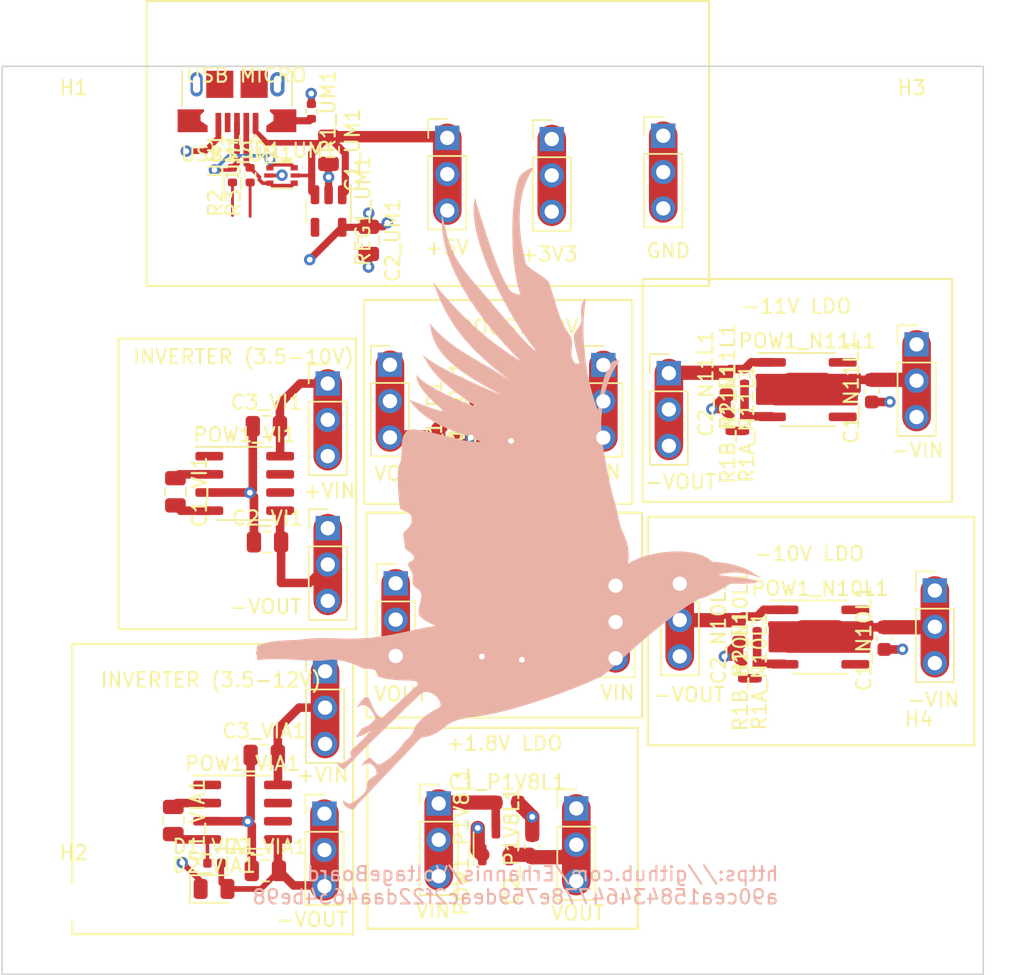
<source format=kicad_pcb>
(kicad_pcb (version 20221018) (generator pcbnew)
  (layers (0 "F.Cu" signal) (1 "In1.Cu" signal) (2 "In2.Cu" signal) (31 "B.Cu" signal) (34 "B.Paste" user) (35 "F.Paste" user) (36 "B.SilkS" user "B.Silkscreen") (37 "F.SilkS" user "F.Silkscreen") (38 "B.Mask" user) (39 "F.Mask" user) (44 "Edge.Cuts" user))
  (net 0 "")
  (net 1 "GND")
  (net 2 "+3V3")
  (net 3 "Net-(USB1_UM1-D+)")
  (net 4 "Net-(USB1_UM1-D-)")
  (net 5 "Net-(USB1_UM1-Shield)")
  (net 6 "/USB Micro B/USB D+")
  (net 7 "/USB Micro B/USB D-")
  (net 10 "/Splitter(3)/IN")
  (net 11 "/DC Boost 10v/VIN")
  (net 12 "/DC Boost 8.5v/VIN")
  (net 13 "/Negative LDO -10v/-VIN")
  (net 14 "/Negative LDO -11v/-VIN")
  (net 15 "Net-(POW1_VI1-CAP+)")
  (net 16 "Net-(POW1_VI1-CAP-)")
  (net 17 "Net-(POW1_VIA1-CAP+)")
  (net 18 "Net-(D1_VIA1-K)")
  (net 19 "/DC Boost 10v/VOUT")
  (net 20 "/DC Boost 8.5v/VOUT")
  (net 21 "/Negative LDO -10v/-VOUT")
  (net 22 "/Negative LDO -11v/-VOUT")
  (net 23 "Net-(D1_10B1-A)")
  (net 24 "Net-(D1_85B1-A)")
  (net 25 "Net-(POW1_10B1-FB)")
  (net 26 "Net-(POW1_85B1-FB)")
  (net 27 "Net-(POW1_N10L1-ADJ)")
  (net 30 "Net-(POW1_N11L1-ADJ)")
  (net 39 "Net-(R1A_N10L1-Pad2)")
  (net 40 "Net-(R1A_N11L1-Pad2)")
  (net 41 "/Splitter(3)5/IN")
  (net 42 "/Splitter(3)6/IN")
  (net 43 "/Splitter(3)3/IN")
  (net 44 "/Splitter(3)4/IN")
  (net 45 "/Positive LDO +1.8v/VIN")
  (net 46 "/Positive LDO +1.8v/VOUT")
  (footprint "Connector_PinHeader_2.54mm:PinHeader_1x03_P2.54mm_Vertical" (layer "F.Cu") (at 143.800133 86.863686)
    (fp_text reference "J1_3S16" hide)
    (fp_text value "Conn_01x03_Pin")
  )
  (footprint "MountingHole:MountingHole_2.5mm" (layer "F.Cu") (at 118.284 93.806)
    (fp_text reference "H2")
    (fp_text value "MountingHole")
  )
  (footprint "Package_SO:SOIC-8_3.9x4.9mm_P1.27mm" (layer "F.Cu") (at 170.445407 75.222343)
    (fp_text reference "POW1_N10L1")
    (fp_text value "LM337L_SO8")
  )
  (footprint "Package_TO_SOT_SMD:SOT-23-5" (layer "F.Cu") (at 148.859855 61.503373)
    (fp_text reference "POW1_10B1")
    (fp_text value "LM27313XMF")
  )
  (footprint "Resistor_SMD:R_0402_1005Metric" (layer "F.Cu") (at 145.538573 77.873105)
    (fp_text reference "R1_85B1")
    (fp_text value "R 100k 1%")
  )
  (footprint "Capacitor_SMD:C_0603_1608Metric" (layer "F.Cu") (at 150.338764 89.84476 90)
    (fp_text reference "C2_P1V8L1")
    (fp_text value "10uF")
  )
  (footprint "Inductor_SMD:L_0805_2012Metric" (layer "F.Cu") (at 148.882165 58.851952 180)
    (fp_text reference "L1_10B1")
    (fp_text value "L 10uH")
  )
  (footprint "Package_TO_SOT_SMD:SOT-666" (layer "F.Cu") (at 132.85164 42.942162)
    (fp_text reference "ESD1_UM1")
    (fp_text value "USBLC6-2P6")
  )
  (footprint "Package_SO:SOIC-8_3.9x4.9mm_P1.27mm" (layer "F.Cu") (at 130.090884 87.469038)
    (fp_text reference "POW1_VIA1")
    (fp_text value "TC7662Bx0A")
  )
  (footprint "MountingHole:MountingHole_2.5mm" (layer "F.Cu") (at 118.284 40.306)
    (fp_text reference "H1")
    (fp_text value "MountingHole")
  )
  (footprint "Capacitor_SMD:C_0805_2012Metric" (layer "F.Cu") (at 125.397009 65.064109 -90)
    (fp_text reference "C1_VI1")
    (fp_text value "10uF")
  )
  (footprint "Resistor_SMD:R_0402_1005Metric" (layer "F.Cu") (at 146.265843 61.992827 90)
    (fp_text reference "R2_10B1")
    (fp_text value "R 14k 1%")
  )
  (footprint "Package_SO:SOIC-8_3.9x4.9mm_P1.27mm" (layer "F.Cu") (at 169.56718 57.918178)
    (fp_text reference "POW1_N11L1")
    (fp_text value "LM337L_SO8")
  )
  (footprint "Resistor_SMD:R_0402_1005Metric" (layer "F.Cu") (at 165.042461 77.599165 -90)
    (fp_text reference "R1A_N10L1")
    (fp_text value "R 1.6k 1%")
  )
  (footprint "Package_TO_SOT_SMD:SOT-23" (layer "F.Cu") (at 147.798764 89.512261 90)
    (fp_text reference "POW1_P1V8L1")
    (fp_text value "APE8865N-18-HF-3")
  )
  (footprint "Connector_PinHeader_2.54mm:PinHeader_1x03_P2.54mm_Vertical" (layer "F.Cu") (at 135.814052 87.573686)
    (fp_text reference "J1_3S7" hide)
    (fp_text value "Conn_01x03_Pin")
  )
  (footprint "Capacitor_SMD:C_0805_2012Metric" (layer "F.Cu") (at 125.24739 88.053653 -90)
    (fp_text reference "C1_VIA1")
    (fp_text value "10uF")
  )
  (footprint "Capacitor_SMD:C_0805_2012Metric" (layer "F.Cu") (at 131.605385 83.475097)
    (fp_text reference "C3_VIA1")
    (fp_text value "10uF")
  )
  (footprint "Connector_PinHeader_2.54mm:PinHeader_1x03_P2.54mm_Vertical" (layer "F.Cu") (at 155.308827 56.194834)
    (fp_text reference "J1_3S13" hide)
    (fp_text value "Conn_01x03_Pin")
  )
  (footprint "Package_SO:SOIC-8_3.9x4.9mm_P1.27mm" (layer "F.Cu") (at 130.240503 64.479494)
    (fp_text reference "POW1_VI1")
    (fp_text value "TC7662Bx0A")
  )
  (footprint "Connector_PinHeader_2.54mm:PinHeader_1x03_P2.54mm_Vertical" (layer "F.Cu") (at 178.480634 71.968486)
    (fp_text reference "J1_3S11" hide)
    (fp_text value "Conn_01x03_Pin")
  )
  (footprint "Capacitor_SMD:C_0805_2012Metric" (layer "F.Cu") (at 136.096891 41.180654 -90)
    (fp_text reference "C1_UM1")
    (fp_text value "10uF")
  )
  (footprint "Capacitor_SMD:C_0603_1608Metric" (layer "F.Cu") (at 152.487783 76.039253 90)
    (fp_text reference "C1_85B1")
    (fp_text value "10uF")
  )
  (footprint "Capacitor_SMD:C_0603_1608Metric" (layer "F.Cu") (at 144.947725 60.502835 90)
    (fp_text reference "C2_10B1")
    (fp_text value "10uF")
  )
  (footprint "Package_TO_SOT_SMD:SOT-23-5" (layer "F.Cu") (at 136.105305 45.427856 -90)
    (fp_text reference "REG1_UM1")
    (fp_text value "AP2112K-3.3")
  )
  (footprint "Connector_USB:USB_Micro-B_XKB_U254-051T-4BH83-F1S" (layer "F.Cu") (at 129.699717 36.956 180)
    (fp_text reference "USB1_UM1")
    (fp_text value "USB_B_Micro")
  )
  (footprint "Connector_PinHeader_2.54mm:PinHeader_1x03_P2.54mm_Vertical" (layer "F.Cu") (at 136.047049 67.610068)
    (fp_text reference "J1_3S6" hide)
    (fp_text value "Conn_01x03_Pin")
  )
  (footprint "Capacitor_SMD:C_0603_1608Metric" (layer "F.Cu") (at 145.709314 75.808991 90)
    (fp_text reference "C2_85B1")
    (fp_text value "10uF")
  )
  (footprint "Diode_SMD:D_0402_1005Metric" (layer "F.Cu") (at 147.034351 74.501969 90)
    (fp_text reference "D1_85B1")
    (fp_text value "D_Schottky")
  )
  (footprint "Capacitor_SMD:C_0603_1608Metric" (layer "F.Cu") (at 174.948461 75.313164 90)
    (fp_text reference "C1_N10L1")
    (fp_text value "10uF")
  )
  (footprint "MountingHole:MountingHole_2.5mm" (layer "F.Cu") (at 176.864 40.306)
    (fp_text reference "H3")
    (fp_text value "MountingHole")
  )
  (footprint "Capacitor_SMD:C_0603_1608Metric" (layer "F.Cu") (at 164.788461 74.818164 90)
    (fp_text reference "C2_N10L1")
    (fp_text value "10uF")
  )
  (footprint "Resistor_SMD:R_0402_1005Metric" (layer "F.Cu") (at 165.180234 56.990999 90)
    (fp_text reference "R2_N11L1")
    (fp_text value "R 240 1%")
  )
  (footprint "Resistor_SMD:R_0402_1005Metric" (layer "F.Cu") (at 144.776984 62.566949)
    (fp_text reference "R1_10B1")
    (fp_text value "R 100k 1%")
  )
  (footprint "Resistor_SMD:R_0402_1005Metric" (layer "F.Cu") (at 166.058461 74.295164 90)
    (fp_text reference "R2_N10L1")
    (fp_text value "R 240 1%")
  )
  (footprint "Diode_SMD:D_0402_1005Metric" (layer "F.Cu") (at 128.11893 91.038707)
    (fp_text reference "D1_VIA1")
    (fp_text value "D_Schottky")
  )
  (footprint "Resistor_SMD:R_0402_1005Metric" (layer "F.Cu") (at 166.058461 77.601164 90)
    (fp_text reference "R1B_N10L1")
    (fp_text value "R 75 1%")
  )
  (footprint "Connector_PinHeader_2.54mm:PinHeader_1x03_P2.54mm_Vertical" (layer "F.Cu") (at 159.886663 56.767052)
    (fp_text reference "J1_3S8" hide)
    (fp_text value "Conn_01x03_Pin")
  )
  (footprint "Resistor_SMD:R_0402_1005Metric" (layer "F.Cu") (at 147.027432 77.298983 90)
    (fp_text reference "R2_85B1")
    (fp_text value "R 16k 1%")
  )
  (footprint "Resistor_SMD:R_0402_1005Metric" (layer "F.Cu") (at 130.619717 42.916 90)
    (fp_text reference "R3_UM1")
    (fp_text value "27")
  )
  (footprint "Diode_SMD:D_0402_1005Metric" (layer "F.Cu") (at 146.272762 59.195813 90)
    (fp_text reference "D1_10B1")
    (fp_text value "D_Schottky")
  )
  (footprint "Connector_PinHeader_2.54mm:PinHeader_1x03_P2.54mm_Vertical" (layer "F.Cu") (at 144.399825 40.311057)
    (fp_text reference "J1_3S1" hide)
    (fp_text value "Conn_01x03_Pin")
  )
  (footprint "Capacitor_SMD:C_0603_1608Metric" (layer "F.Cu") (at 148.560764 86.79676)
    (fp_text reference "C1_P1V8L1")
    (fp_text value "10uF")
  )
  (footprint "Package_TO_SOT_SMD:SOT-23-5" (layer "F.Cu") (at 149.621444 76.809529)
    (fp_text reference "POW1_85B1")
    (fp_text value "LM27313XMF")
  )
  (footprint "Diode_SMD:D_0805_2012Metric" (layer "F.Cu") (at 128.097216 92.840768)
    (fp_text reference "D2_VIA1")
    (fp_text value "D")
  )
  (footprint "Capacitor_SMD:C_0805_2012Metric" (layer "F.Cu") (at 131.68536 91.572543)
    (fp_text reference "C2_VIA1")
    (fp_text value "10uF")
  )
  (footprint "Capacitor_SMD:C_0603_1608Metric" (layer "F.Cu") (at 174.070234 58.008999 90)
    (fp_text reference "C1_N11L1")
    (fp_text value "10uF")
  )
  (footprint "Resistor_SMD:R_0402_1005Metric" (layer "F.Cu") (at 129.385278 42.916 90)
    (fp_text reference "R2_UM1")
    (fp_text value "27")
  )
  (footprint "Capacitor_SMD:C_0603_1608Metric" (layer "F.Cu") (at 151.726194 60.733097 90)
    (fp_text reference "C1_10B1")
    (fp_text value "10uF")
  )
  (footprint "Connector_PinHeader_2.54mm:PinHeader_1x03_P2.54mm_Vertical" (layer "F.Cu") (at 160.650202 71.492325)
    (fp_text reference "J1_3S10" hide)
    (fp_text value "Conn_01x03_Pin")
  )
  (footprint "Capacitor_SMD:C_0805_2012Metric" (layer "F.Cu") (at 138.906077 47.479873 -90)
    (fp_text reference "C2_UM1")
    (fp_text value "10uF")
  )
  (footprint "Connector_PinHeader_2.54mm:PinHeader_1x03_P2.54mm_Vertical" (layer "F.Cu") (at 177.203554 54.755196)
    (fp_text reference "J1_3S9" hide)
    (fp_text value "Conn_01x03_Pin")
  )
  (footprint "Connector_PinHeader_2.54mm:PinHeader_1x03_P2.54mm_Vertical" (layer "F.Cu") (at 136.043745 57.49096)
    (fp_text reference "J1_3S4" hide)
    (fp_text value "Conn_01x03_Pin")
  )
  (footprint "MountingHole:MountingHole_2.5mm" (layer "F.Cu") (at 176.864 93.806)
    (fp_text reference "H4")
    (fp_text value "MountingHole")
  )
  (footprint "Capacitor_SMD:C_0603_1608Metric" (layer "F.Cu") (at 163.910234 57.513999 90)
    (fp_text reference "C2_N11L1")
    (fp_text value "10uF")
  )
  (footprint "Connector_PinHeader_2.54mm:PinHeader_1x03_P2.54mm_Vertical" (layer "F.Cu") (at 135.858529 77.619715)
    (fp_text reference "J1_3S5" hide)
    (fp_text value "Conn_01x03_Pin")
  )
  (footprint "Connector_PinHeader_2.54mm:PinHeader_1x03_P2.54mm_Vertical" (layer "F.Cu") (at 156.166527 71.631463)
    (fp_text reference "J1_3S15" hide)
    (fp_text value "Conn_01x03_Pin")
  )
  (footprint "Resistor_SMD:R_0402_1005Metric" (layer "F.Cu") (at 164.164234 60.295 -90)
    (fp_text reference "R1A_N11L1")
    (fp_text value "R 1.8k 1%")
  )
  (footprint "Inductor_SMD:L_0805_2012Metric" (layer "F.Cu") (at 149.643754 74.158108 180)
    (fp_text reference "L1_85B1")
    (fp_text value "L 10uH")
  )
  (footprint "Connector_PinHeader_2.54mm:PinHeader_1x03_P2.54mm_Vertical" (layer "F.Cu") (at 140.392416 56.180487)
    (fp_text reference "J1_3S12" hide)
    (fp_text value "Conn_01x03_Pin")
  )
  (footprint "Connector_PinHeader_2.54mm:PinHeader_1x03_P2.54mm_Vertical" (layer "F.Cu") (at 151.703933 40.395258)
    (fp_text reference "J1_3S2" hide)
    (fp_text value "Conn_01x03_Pin")
  )
  (footprint "Connector_PinHeader_2.54mm:PinHeader_1x03_P2.54mm_Vertical" (layer "F.Cu") (at 140.793905 71.464894)
    (fp_text reference "J1_3S14" hide)
    (fp_text value "Conn_01x03_Pin")
  )
  (footprint "Capacitor_SMD:C_0805_2012Metric" (layer "F.Cu") (at 131.755004 60.485553)
    (fp_text reference "C3_VI1")
    (fp_text value "10uF")
  )
  (footprint "Connector_PinHeader_2.54mm:PinHeader_1x03_P2.54mm_Vertical" (layer "F.Cu") (at 159.494594 40.163548)
    (fp_text reference "J1_3S3" hide)
    (fp_text value "Conn_01x03_Pin")
  )
  (footprint "Capacitor_SMD:C_0805_2012Metric" (layer "F.Cu") (at 131.834979 68.582999)
    (fp_text reference "C2_VI1")
    (fp_text value "10uF")
  )
  (footprint "Connector_PinHeader_2.54mm:PinHeader_1x03_P2.54mm_Vertical" (layer "F.Cu") (at 153.419818 87.209625)
    (fp_text reference "J1_3S17" hide)
    (fp_text value "Conn_01x03_Pin")
  )
  (footprint "Resistor_SMD:R_0402_1005Metric" (layer "F.Cu") (at 165.180234 60.296999 90)
    (fp_text reference "R1B_N11L1")
    (fp_text value "R 75 1%")
  )
  (footprint "Resistor_SMD:R_0402_1005Metric" (layer "F.Cu") (at 134.900678 38.467312 -90)
    (fp_text reference "R1_UM1")
    (fp_text value "1M")
  )
  (gr_poly (pts (xy 150.386813 42.398987) (xy 150.399726 42.404924) (xy 150.408059 42.414235) (xy 150.411508 42.42704) (xy 150.409769 42.443458) (xy 150.402539 42.46361) (xy 150.389512 42.487614) (xy 150.152082 42.898259) (xy 150.033099 43.133815) (xy 149.917829 43.392455) (xy 149.809194 43.676374) (xy 149.710111 43.987768) (xy 149.623501 44.328832) (xy 149.552283 44.701762) (xy 149.499376 45.108754) (xy 149.4677 45.552002) (xy 149.460175 46.033703) (xy 149.47972 46.556053) (xy 149.529254 47.121246) (xy 149.611696 47.731479) (xy 149.729968 48.388948) (xy 149.886987 49.095847) (xy 149.897752 49.125172) (xy 149.916075 49.156715) (xy 149.94146 49.190337) (xy 149.973414 49.225903) (xy 150.055047 49.302316) (xy 150.157016 49.384859) (xy 150.275361 49.472438) (xy 150.406126 49.563958) (xy 150.689079 49.754445) (xy 150.974211 49.947563) (xy 151.107697 50.042373) (xy 151.229854 50.134556) (xy 151.336722 50.22302) (xy 151.424343 50.306668) (xy 151.459699 50.346345) (xy 151.48876 50.384407) (xy 151.511029 50.420719) (xy 151.526014 50.455142) (xy 151.647861 50.826672) (xy 151.754095 51.162523) (xy 151.935889 51.757438) (xy 152.103725 52.300388) (xy 152.192512 52.571282) (xy 152.289933 52.851871) (xy 152.337674 52.980632) (xy 152.38495 53.099486) (xy 152.431659 53.209055) (xy 152.4777 53.309957) (xy 152.522973 53.402814) (xy 152.567375 53.488244) (xy 152.653161 53.639307) (xy 152.734249 53.768107) (xy 152.809828 53.879603) (xy 152.941215 54.070524) (xy 152.995401 54.15987) (xy 153.019262 54.205185) (xy 153.040834 54.251754) (xy 153.060014 54.300197) (xy 153.076703 54.351134) (xy 153.090798 54.405186) (xy 153.102197 54.462972) (xy 153.110801 54.525112) (xy 153.116507 54.592227) (xy 153.119213 54.664937) (xy 153.11882 54.74386) (xy 153.115224 54.829619) (xy 153.108325 54.922831) (xy 153.098022 55.024119) (xy 153.084212 55.1341) (xy 153.077603 55.190945) (xy 153.073345 55.246433) (xy 153.071306 55.300526) (xy 153.071355 55.353189) (xy 153.073359 55.404383) (xy 153.077184 55.454073) (xy 153.082698 55.50222) (xy 153.089769 55.548787) (xy 153.098264 55.593739) (xy 153.10805 55.637036) (xy 153.118996 55.678643) (xy 153.130967 55.718523) (xy 153.143833 55.756637) (xy 153.157459 55.79295) (xy 153.171714 55.827424) (xy 153.186465 55.860021) (xy 153.20158 55.890706) (xy 153.216925 55.919441) (xy 153.232368 55.946188) (xy 153.247777 55.970911) (xy 153.26302 55.993572) (xy 153.277962 56.014135) (xy 153.292472 56.032563) (xy 153.306418 56.048817) (xy 153.319666 56.062862) (xy 153.332085 56.07466) (xy 153.34354 56.084175) (xy 153.353901 56.091368) (xy 153.363034 56.096203) (xy 153.370807 56.098643) (xy 153.377087 56.098651) (xy 153.381742 56.09619) (xy 153.385083 56.093739) (xy 153.38956 56.091728) (xy 153.395087 56.090121) (xy 153.40158 56.088883) (xy 153.417129 56.08738) (xy 153.435531 56.086944) (xy 153.478198 56.088169) (xy 153.524188 56.090355) (xy 153.546743 56.091119) (xy 153.568106 56.091298) (xy 153.587601 56.090615) (xy 153.604556 56.088795) (xy 153.61187 56.087373) (xy 153.618295 56.085563) (xy 153.623748 56.083331) (xy 153.628144 56.080643) (xy 153.631399 56.077464) (xy 153.633429 56.07376) (xy 153.634149 56.069496) (xy 153.633475 56.064639) (xy 153.52142 55.661024) (xy 153.456451 55.418372) (xy 153.392164 55.159209) (xy 153.333543 54.891574) (xy 153.307915 54.757092) (xy 153.285572 54.623507) (xy 153.267138 54.491824) (xy 153.253235 54.363047) (xy 153.244486 54.238181) (xy 153.241513 54.118232) (xy 153.242386 54.108299) (xy 153.244933 54.096616) (xy 153.254723 54.06834) (xy 153.270226 54.03409) (xy 153.290786 53.994549) (xy 153.344448 53.902335) (xy 153.410455 53.797179) (xy 153.558492 53.569951) (xy 153.630014 53.458838) (xy 153.692866 53.356696) (xy 153.709095 53.32677) (xy 153.723161 53.29562) (xy 153.735195 53.263298) (xy 153.745326 53.229858) (xy 153.760396 53.159841) (xy 153.769406 53.086) (xy 153.773389 53.008765) (xy 153.773382 52.928568) (xy 153.765533 52.761013) (xy 153.754137 52.586782) (xy 153.749695 52.49824) (xy 153.74747 52.409323) (xy 153.748497 52.320461) (xy 153.753811 52.232085) (xy 153.764445 52.144627) (xy 153.781436 52.058517) (xy 153.789661 52.026347) (xy 153.798789 51.994314) (xy 153.808735 51.962546) (xy 153.819411 51.931171) (xy 153.830732 51.900316) (xy 153.84261 51.870109) (xy 153.867692 51.812147) (xy 153.893965 51.758307) (xy 153.907331 51.733251) (xy 153.920736 51.709608) (xy 153.934092 51.687505) (xy 153.947313 51.66707) (xy 153.960313 51.64843) (xy 153.973004 51.631714) (xy 153.9853 51.617048) (xy 153.997115 51.60456) (xy 154.008362 51.594378) (xy 154.018954 51.586628) (xy 154.028805 51.58144) (xy 154.037828 51.578939) (xy 154.042002 51.578737) (xy 154.045937 51.579254) (xy 154.049621 51.580508) (xy 154.053045 51.582513) (xy 154.056197 51.585285) (xy 154.059065 51.588842) (xy 154.063912 51.598369) (xy 154.067498 51.611222) (xy 154.069736 51.627529) (xy 154.070541 51.647416) (xy 154.069826 51.671012) (xy 154.067503 51.698444) (xy 154.063487 51.729839) (xy 153.99242 52.301033) (xy 153.945869 52.867345) (xy 153.92214 53.42713) (xy 153.919539 53.978745) (xy 153.936374 54.520545) (xy 153.97095 55.050887) (xy 154.021574 55.568126) (xy 154.086553 56.070618) (xy 154.164194 56.556721) (xy 154.252802 57.024788) (xy 154.350685 57.473177) (xy 154.456149 57.900244) (xy 154.5675 58.304344) (xy 154.683045 58.683834) (xy 154.801091 59.037069) (xy 154.919944 59.362406) (xy 154.933771 59.298281) (xy 154.963965 59.104152) (xy 155.063114 58.465688) (xy 155.126901 58.091255) (xy 155.196717 57.726622) (xy 155.269977 57.406741) (xy 155.307092 57.274504) (xy 155.344098 57.166562) (xy 155.410655 56.963734) (xy 155.46733 56.798625) (xy 155.538626 56.611778) (xy 155.579528 56.515061) (xy 155.623811 56.418737) (xy 155.671383 56.32475) (xy 155.722153 56.235044) (xy 155.776029 56.151561) (xy 155.832919 56.076244) (xy 155.862467 56.042254) (xy 155.892733 56.011035) (xy 155.923708 55.982829) (xy 155.955379 55.957878) (xy 155.973238 55.945783) (xy 155.991947 55.934738) (xy 156.011405 55.924709) (xy 156.031512 55.915661) (xy 156.052168 55.907561) (xy 156.073271 55.900373) (xy 156.094721 55.894064) (xy 156.116417 55.888599) (xy 156.138259 55.883943) (xy 156.160146 55.880063) (xy 156.203653 55.874489) (xy 156.246133 55.871602) (xy 156.286782 55.871127) (xy 156.324794 55.872789) (xy 156.359365 55.876311) (xy 156.389689 55.881418) (xy 156.414963 55.887835) (xy 156.425454 55.891449) (xy 156.43438 55.895287) (xy 156.441641 55.899315) (xy 156.447137 55.903498) (xy 156.450766 55.907802) (xy 156.452428 55.912193) (xy 156.452023 55.916635) (xy 156.449449 55.921095) (xy 156.330914 56.072087) (xy 156.219016 56.23034) (xy 156.014589 56.566601) (xy 155.83508 56.925813) (xy 155.679398 57.303909) (xy 155.546455 57.696824) (xy 155.435163 58.100492) (xy 155.344432 58.510848) (xy 155.273174 58.923826) (xy 155.220298 59.335359) (xy 155.184718 59.741382) (xy 155.165343 60.13783) (xy 155.161085 60.520637) (xy 155.170855 60.885737) (xy 155.193564 61.229063) (xy 155.228123 61.546552) (xy 155.273442 61.834135) (xy 155.626534 63.818259) (xy 155.72164 64.295083) (xy 155.828547 64.773971) (xy 155.95179 65.259799) (xy 156.095903 65.757441) (xy 156.137691 65.899692) (xy 156.175326 66.04085) (xy 156.241259 66.32022) (xy 156.35767 66.869518) (xy 156.420655 67.140782) (xy 156.456079 67.27586) (xy 156.495165 67.41068) (xy 156.538695 67.545326) (xy 156.587452 67.67988) (xy 156.642217 67.814428) (xy 156.703771 67.949051) (xy 156.760497 68.070864) (xy 156.813403 68.19436) (xy 156.862278 68.319542) (xy 156.906909 68.446413) (xy 156.947083 68.574975) (xy 156.982589 68.705231) (xy 157.013214 68.837185) (xy 157.038746 68.970837) (xy 157.058973 69.106193) (xy 157.073682 69.243253) (xy 157.082661 69.38202) (xy 157.085698 69.522498) (xy 157.082581 69.66469) (xy 157.073097 69.808596) (xy 157.057035 69.954222) (xy 157.034181 70.101569) (xy 157.154773 70.018319) (xy 157.287997 69.938101) (xy 157.588915 69.787567) (xy 157.930074 69.651578) (xy 158.304617 69.531745) (xy 158.705684 69.429681) (xy 159.126418 69.346998) (xy 159.559959 69.285307) (xy 159.999449 69.246222) (xy 160.438028 69.231353) (xy 160.868839 69.242312) (xy 161.285023 69.280712) (xy 161.67972 69.348165) (xy 161.866869 69.39329) (xy 162.046073 69.446282) (xy 162.216477 69.507344) (xy 162.377223 69.576676) (xy 162.527453 69.65448) (xy 162.66631 69.740958) (xy 162.792937 69.836311) (xy 162.906476 69.940741) (xy 163.125162 69.958482) (xy 163.333328 69.979232) (xy 163.531321 70.002815) (xy 163.719489 70.029056) (xy 163.898177 70.057779) (xy 164.067733 70.088809) (xy 164.228501 70.121971) (xy 164.380831 70.157088) (xy 164.525066 70.193987) (xy 164.661556 70.232491) (xy 164.790645 70.272425) (xy 164.91268 70.313614) (xy 165.028009 70.355882) (xy 165.136977 70.399055) (xy 165.239932 70.442956) (xy 165.337219 70.48741) (xy 165.429185 70.532243) (xy 165.516177 70.577278) (xy 165.676625 70.667254) (xy 165.821335 70.755936) (xy 165.95308 70.841922) (xy 166.188762 71.000191) (xy 166.298245 71.069668) (xy 166.405852 71.130837) (xy 166.06396 71.007989) (xy 165.892203 70.951286) (xy 165.719139 70.898778) (xy 165.544196 70.851247) (xy 165.366798 70.809479) (xy 165.186373 70.774257) (xy 165.002345 70.746367) (xy 164.814142 70.726593) (xy 164.62119 70.715718) (xy 164.422914 70.714528) (xy 164.218741 70.723807) (xy 164.008096 70.744339) (xy 163.790406 70.776908) (xy 163.565097 70.822299) (xy 163.331596 70.881297) (xy 163.713282 70.930617) (xy 164.108671 70.9761) (xy 164.896342 71.067936) (xy 165.266515 71.120479) (xy 165.44085 71.149761) (xy 165.606175 71.181565) (xy 165.761108 71.21628) (xy 165.904267 71.25429) (xy 166.034271 71.295985) (xy 166.149738 71.34175) (xy 166.078653 71.366177) (xy 166.005881 71.387942) (xy 165.931646 71.407191) (xy 165.856173 71.424069) (xy 165.702409 71.451295) (xy 165.546385 71.470781) (xy 165.389896 71.483692) (xy 165.234737 71.49119) (xy 165.082704 71.494437) (xy 164.935591 71.494599) (xy 164.432254 71.487635) (xy 164.336675 71.489808) (xy 164.256787 71.495871) (xy 164.194388 71.506989) (xy 164.170307 71.514807) (xy 164.151271 71.524325) (xy 164.013092 71.610924) (xy 163.879757 71.692613) (xy 163.751237 71.769535) (xy 163.627501 71.841831) (xy 163.50852 71.909642) (xy 163.394263 71.97311) (xy 163.2847 72.032377) (xy 163.179801 72.087585) (xy 162.983877 72.186388) (xy 162.806251 72.270654) (xy 162.64668 72.341515) (xy 162.504927 72.400106) (xy 162.38075 72.447558) (xy 162.273909 72.485007) (xy 162.184164 72.513584) (xy 162.111275 72.534425) (xy 162.055002 72.548661) (xy 162.015104 72.557426) (xy 161.983474 72.563078) (xy 161.516035 72.835188) (xy 160.966104 73.194339) (xy 160.32549 73.651205) (xy 159.586003 74.21646) (xy 158.739452 74.900778) (xy 157.777648 75.714831) (xy 156.6924 76.669295) (xy 155.475518 77.774842) (xy 155.317445 77.886935) (xy 155.055607 78.031125) (xy 154.265601 78.396594) (xy 153.195436 78.83284) (xy 151.935046 79.301454) (xy 150.574364 79.764028) (xy 149.203325 80.182154) (xy 148.542025 80.362546) (xy 147.911862 80.517423) (xy 147.324076 80.641984) (xy 146.78991 80.731427) (xy 146.320891 80.795821) (xy 146.072122 80.832233) (xy 145.82122 80.873105) (xy 145.573713 80.919677) (xy 145.335133 80.973189) (xy 145.220918 81.002934) (xy 145.111008 81.034878) (xy 145.006095 81.069176) (xy 144.906869 81.105984) (xy 144.846149 81.131143) (xy 144.787224 81.157674) (xy 144.674332 81.214449) (xy 144.567344 81.275496) (xy 144.465412 81.340001) (xy 144.367687 81.407152) (xy 144.27332 81.476137) (xy 144.091269 81.616354) (xy 143.912471 81.75415) (xy 143.822169 81.820108) (xy 143.730135 81.883022) (xy 143.63552 81.942079) (xy 143.537475 81.996467) (xy 143.435152 82.045372) (xy 143.382121 82.067515) (xy 143.327702 82.087983) (xy 143.27766 82.104841) (xy 143.222383 82.121875) (xy 143.100795 82.155773) (xy 142.97228 82.188281) (xy 142.846182 82.218006) (xy 142.638603 82.263526) (xy 142.552801 82.281178) (xy 138.126784 86.942345) (xy 138.09777 86.992579) (xy 138.064688 87.044638) (xy 138.044432 87.074272) (xy 138.022054 87.105117) (xy 137.997818 87.136278) (xy 137.97199 87.16686) (xy 137.944835 87.19597) (xy 137.91662 87.222712) (xy 137.902197 87.234916) (xy 137.887609 87.246192) (xy 137.872888 87.25643) (xy 137.858067 87.265516) (xy 137.84318 87.27334) (xy 137.828261 87.279789) (xy 137.813341 87.284752) (xy 137.798455 87.288117) (xy 137.779616 87.290146) (xy 137.758585 87.290248) (xy 137.73557 87.288467) (xy 137.710779 87.28485) (xy 137.6567 87.272286) (xy 137.598008 87.252916) (xy 137.536366 87.227102) (xy 137.473435 87.195205) (xy 137.410877 87.157586) (xy 137.380258 87.136744) (xy 137.350354 87.114607) (xy 137.321376 87.091221) (xy 137.293529 87.066629) (xy 137.267022 87.040879) (xy 137.242062 87.014014) (xy 137.218857 86.98608) (xy 137.197616 86.957122) (xy 137.178544 86.927186) (xy 137.161852 86.896316) (xy 137.147745 86.864557) (xy 137.136432 86.831956) (xy 137.12812 86.798556) (xy 137.123018 86.764403) (xy 137.121333 86.729543) (xy 137.123272 86.69402) (xy 137.129044 86.657879) (xy 137.138856 86.621167) (xy 137.171773 86.654358) (xy 137.203956 86.684889) (xy 137.235463 86.712796) (xy 137.266353 86.738118) (xy 137.296685 86.760894) (xy 137.326518 86.781162) (xy 137.35591 86.79896) (xy 137.384922 86.814326) (xy 137.413611 86.827299) (xy 137.442036 86.837917) (xy 137.470257 86.846218) (xy 137.498333 86.85224) (xy 137.526322 86.856022) (xy 137.554283 86.857601) (xy 137.582275 86.857017) (xy 137.610357 86.854308) (xy 137.638588 86.849511) (xy 137.667027 86.842666) (xy 137.695733 86.833809) (xy 137.724764 86.82298) (xy 137.754181 86.810217) (xy 137.784041 86.795559) (xy 137.814403 86.779042) (xy 137.845327 86.760706) (xy 137.909094 86.71873) (xy 137.975814 86.669935) (xy 138.045958 86.614629) (xy 138.119997 86.553116) (xy 138.305096 86.404952) (xy 138.359544 86.359876) (xy 138.41496 86.311701) (xy 138.470194 86.260485) (xy 138.524096 86.206284) (xy 138.575514 86.149157) (xy 138.6233 86.089159) (xy 138.64547 86.058102) (xy 138.6663 86.026348) (xy 138.685647 85.993907) (xy 138.703367 85.960783) (xy 138.719315 85.926985) (xy 138.733348 85.89252) (xy 138.745323 85.857394) (xy 138.755094 85.821616) (xy 138.762519 85.785192) (xy 138.767454 85.748129) (xy 138.769755 85.710434) (xy 138.769277 85.672116) (xy 138.768218 85.63403) (xy 138.768858 85.597338) (xy 138.771156 85.561989) (xy 138.77507 85.527935) (xy 138.78056 85.495124) (xy 138.787584 85.463506) (xy 138.7961 85.433033) (xy 138.806067 85.403653) (xy 138.817444 85.375318) (xy 138.830189 85.347976) (xy 138.844261 85.321579) (xy 138.859618 85.296076) (xy 138.876219 85.271417) (xy 138.894024 85.247552) (xy 138.912989 85.224432) (xy 138.933075 85.202006) (xy 138.97644 85.159037) (xy 139.023788 85.118248) (xy 139.074788 85.079237) (xy 139.129109 85.041606) (xy 139.186419 85.004954) (xy 139.246388 84.968883) (xy 139.372977 84.896885) (xy 139.396013 84.881196) (xy 139.415153 84.862222) (xy 139.430532 84.840224) (xy 139.442286 84.815464) (xy 139.450551 84.788205) (xy 139.455464 84.758709) (xy 139.45716 84.727238) (xy 139.455775 84.694054) (xy 139.451446 84.659418) (xy 139.444309 84.623595) (xy 139.434498 84.586844) (xy 139.422151 84.549429) (xy 139.407404 84.511611) (xy 139.390391 84.473653) (xy 139.371251 84.435817) (xy 139.350117 84.398365) (xy 139.327127 84.361559) (xy 139.302417 84.325662) (xy 139.276121 84.290934) (xy 139.248377 84.257639) (xy 139.219321 84.226038) (xy 139.189088 84.196394) (xy 139.157814 84.168969) (xy 139.125636 84.144025) (xy 139.092689 84.121823) (xy 139.05911 84.102627) (xy 139.025034 84.086698) (xy 138.990597 84.074298) (xy 138.955936 84.06569) (xy 138.921187 84.061136) (xy 138.886484 84.060897) (xy 138.851966 84.065235) (xy 138.776048 84.080531) (xy 138.74166 84.088044) (xy 138.7094 84.095707) (xy 138.679077 84.103698) (xy 138.6505 84.112197) (xy 138.623479 84.121382) (xy 138.597823 84.131433) (xy 138.573342 84.142529) (xy 138.549846 84.154849) (xy 138.527143 84.168572) (xy 138.505045 84.183877) (xy 138.483359 84.200944) (xy 138.461896 84.219951) (xy 138.440466 84.241078) (xy 138.418877 84.264504) (xy 138.426778 84.219914) (xy 138.43159 84.196338) (xy 138.437882 84.17159) (xy 138.446331 84.145429) (xy 138.457616 84.117618) (xy 138.472415 84.087917) (xy 138.491407 84.056087) (xy 138.51527 84.02189) (xy 138.544682 83.985086) (xy 138.580322 83.945437) (xy 138.622869 83.902703) (xy 138.673 83.856646) (xy 138.731395 83.807026) (xy 138.798731 83.753605) (xy 138.875686 83.696144) (xy 138.899449 83.681514) (xy 138.923206 83.671935) (xy 138.946969 83.667083) (xy 138.970749 83.666629) (xy 138.994558 83.670248) (xy 139.018408 83.677612) (xy 139.04231 83.688395) (xy 139.066275 83.70227) (xy 139.090314 83.71891) (xy 139.114441 83.737988) (xy 139.162998 83.782153) (xy 139.21204 83.832151) (xy 139.261656 83.885368) (xy 139.31194 83.93919) (xy 139.362984 83.991002) (xy 139.414878 84.038191) (xy 139.441173 84.059234) (xy 139.467716 84.078142) (xy 139.494517 84.094587) (xy 139.521589 84.108242) (xy 139.548943 84.118781) (xy 139.576589 84.125876) (xy 139.604541 84.129202) (xy 139.632809 84.128432) (xy 139.661404 84.123237) (xy 139.690339 84.113293) (xy 139.818683 84.052879) (xy 139.948519 83.981254) (xy 140.078875 83.899807) (xy 140.208777 83.809926) (xy 140.337252 83.712998) (xy 140.463326 83.610412) (xy 140.586026 83.503556) (xy 140.70438 83.393818) (xy 140.817413 83.282586) (xy 140.924153 83.171247) (xy 141.023625 83.061191) (xy 141.114857 82.953804) (xy 141.196876 82.850475) (xy 141.268708 82.752592) (xy 141.329379 82.661544) (xy 141.377917 82.578717) (xy 141.387429 82.562762) (xy 141.398591 82.546985) (xy 141.425511 82.515589) (xy 141.457969 82.483784) (xy 141.495258 82.450825) (xy 141.581501 82.378465) (xy 141.629039 82.337576) (xy 141.678578 82.292553) (xy 141.729412 82.242653) (xy 141.780833 82.18713) (xy 141.832133 82.125239) (xy 141.882605 82.056236) (xy 141.907309 82.018835) (xy 141.931542 81.979376) (xy 141.955213 81.937767) (xy 141.978235 81.893915) (xy 142.00052 81.847725) (xy 142.021979 81.799106) (xy 142.042524 81.747964) (xy 142.062065 81.694207) (xy 142.092989 81.616386) (xy 142.133911 81.533713) (xy 142.184897 81.446752) (xy 142.246013 81.356068) (xy 142.317325 81.262224) (xy 142.398899 81.165785) (xy 142.4908 81.067315) (xy 142.593094 80.967379) (xy 142.705847 80.866539) (xy 142.829125 80.765361) (xy 142.962994 80.664409) (xy 143.107519 80.564246) (xy 143.262766 80.465438) (xy 143.428802 80.368547) (xy 143.605691 80.274139) (xy 143.7935 80.182778) (xy 143.837998 80.156829) (xy 143.873373 80.124974) (xy 143.899993 80.08778) (xy 143.918227 80.045811) (xy 143.928442 79.999635) (xy 143.931005 79.949817) (xy 143.926284 79.896922) (xy 143.914648 79.841516) (xy 143.896464 79.784166) (xy 143.872099 79.725437) (xy 143.841921 79.665894) (xy 143.806299 79.606104) (xy 143.7656 79.546633) (xy 143.720191 79.488047) (xy 143.67044 79.43091) (xy 143.616716 79.37579) (xy 143.559385 79.323251) (xy 143.498816 79.27386) (xy 143.435376 79.228182) (xy 143.369434 79.186784) (xy 143.301356 79.150231) (xy 143.231511 79.119089) (xy 143.160266 79.093923) (xy 143.087989 79.075301) (xy 143.015048 79.063786) (xy 142.94181 79.059946) (xy 142.868644 79.064346) (xy 142.795917 79.077552) (xy 142.723996 79.10013) (xy 142.653251 79.132645) (xy 142.584047 79.175664) (xy 142.516753 79.229752) (xy 141.376299 80.324613) (xy 140.295977 81.373267) (xy 139.117254 82.530625) (xy 138.71322 82.934412) (xy 138.350405 83.30299) (xy 137.757486 83.911804) (xy 137.53191 84.140682) (xy 137.437833 84.233754) (xy 137.356608 84.311635) (xy 137.288518 84.373616) (xy 137.233845 84.418986) (xy 137.211629 84.43522) (xy 137.192873 84.447035) (xy 137.177614 84.454343) (xy 137.165885 84.457055) (xy 137.14748 84.456842) (xy 137.128604 84.454856) (xy 137.109333 84.451176) (xy 137.089741 84.445883) (xy 137.069903 84.439056) (xy 137.049893 84.430774) (xy 137.029788 84.421118) (xy 137.00966 84.410166) (xy 136.989586 84.397998) (xy 136.96964 84.384694) (xy 136.93043 84.354998) (xy 136.892629 84.321713) (xy 136.856834 84.285476) (xy 136.823645 84.246925) (xy 136.793659 84.206697) (xy 136.767475 84.165429) (xy 136.755995 84.144604) (xy 136.74569 84.123758) (xy 136.736635 84.10297) (xy 136.728903 84.08232) (xy 136.722571 84.061889) (xy 136.717713 84.041754) (xy 136.714403 84.021997) (xy 136.712716 84.002696) (xy 136.712727 83.983931) (xy 136.714512 83.965783) (xy 136.719673 83.939443) (xy 136.72225 83.933204) (xy 136.725068 83.930977) (xy 136.728309 83.932305) (xy 136.732155 83.936731) (xy 136.742394 83.953054) (xy 136.757243 83.976291) (xy 136.778163 84.002791) (xy 136.806612 84.0289) (xy 136.824117 84.040667) (xy 136.844051 84.050966) (xy 136.866597 84.059341) (xy 136.891937 84.065336) (xy 136.920254 84.068494) (xy 136.951731 84.068357) (xy 136.986549 84.064471) (xy 137.024892 84.056377) (xy 137.066941 84.04362) (xy 137.112878 84.025742) (xy 137.162888 84.002288) (xy 137.217151 83.9728) (xy 137.27585 83.936823) (xy 137.339168 83.893899) (xy 137.407287 83.843571) (xy 137.480389 83.785384) (xy 137.558657 83.718881) (xy 137.642273 83.643605) (xy 137.660099 83.625438) (xy 137.673319 83.608306) (xy 137.682375 83.592042) (xy 137.68771 83.576481) (xy 137.689765 83.561455) (xy 137.688981 83.546799) (xy 137.6858 83.532347) (xy 137.680665 83.517931) (xy 137.649404 83.457313) (xy 137.633528 83.422903) (xy 137.627073 83.40409) (xy 137.622198 83.383984) (xy 137.619342 83.362418) (xy 137.618948 83.339227) (xy 137.621458 83.314243) (xy 137.627313 83.287301) (xy 137.636955 83.258234) (xy 137.650825 83.226876) (xy 137.669365 83.193061) (xy 137.693018 83.156622) (xy 137.722224 83.117393) (xy 137.757425 83.075207) (xy 137.799064 83.0299) (xy 137.847581 82.981303) (xy 137.903419 82.929251) (xy 137.967018 82.873578) (xy 138.038822 82.814117) (xy 138.11927 82.750702) (xy 138.150495 82.724101) (xy 138.197528 82.680654) (xy 138.328394 82.553903) (xy 138.490625 82.391806) (xy 138.662977 82.215721) (xy 138.824205 82.047007) (xy 138.953066 81.907021) (xy 138.99872 81.854476) (xy 139.028316 81.817123) (xy 139.036262 81.804977) (xy 139.039197 81.79763) (xy 139.038683 81.79586) (xy 139.036791 81.795416) (xy 139.02871 81.798668) (xy 138.915833 81.860408) (xy 138.811397 81.916212) (xy 138.715102 81.966322) (xy 138.62665 82.010982) (xy 138.545743 82.050433) (xy 138.472082 82.084918) (xy 138.405368 82.114679) (xy 138.345303 82.139958) (xy 138.291588 82.160999) (xy 138.243923 82.178042) (xy 138.202012 82.191332) (xy 138.165555 82.201109) (xy 138.134253 82.207617) (xy 138.107807 82.211098) (xy 138.08592 82.211794) (xy 138.068292 82.209947) (xy 138.054626 82.205801) (xy 138.044621 82.199597) (xy 138.03798 82.191577) (xy 138.034404 82.181985) (xy 138.033594 82.171062) (xy 138.035252 82.159051) (xy 138.039078 82.146194) (xy 138.044776 82.132734) (xy 138.052045 82.118912) (xy 138.060587 82.104972) (xy 138.080296 82.077706) (xy 138.101513 82.052873) (xy 138.121851 82.032414) (xy 138.136126 82.018695) (xy 138.149965 82.004345) (xy 138.176454 81.973985) (xy 138.201546 81.941797) (xy 138.225472 81.908245) (xy 138.248461 81.873793) (xy 138.270742 81.838906) (xy 138.314102 81.769678) (xy 138.335639 81.736265) (xy 138.357388 81.704271) (xy 138.379578 81.674161) (xy 138.402438 81.646398) (xy 138.414192 81.633541) (xy 138.426199 81.621446) (xy 138.438489 81.610168) (xy 138.451089 81.599768) (xy 138.46403 81.590302) (xy 138.477339 81.581829) (xy 138.491046 81.574407) (xy 138.505179 81.568093) (xy 138.569731 81.541809) (xy 138.629149 81.516661) (xy 138.6837 81.492586) (xy 138.733655 81.469519) (xy 138.779282 81.447396) (xy 138.82085 81.426155) (xy 138.858629 81.40573) (xy 138.892888 81.386057) (xy 138.923895 81.367074) (xy 138.95192 81.348715) (xy 138.977233 81.330918) (xy 139.000102 81.313617) (xy 139.020796 81.29675) (xy 139.039585 81.280251) (xy 139.056738 81.264058) (xy 139.072523 81.248106) (xy 139.101069 81.21667) (xy 139.127377 81.185432) (xy 139.153599 81.15388) (xy 139.181889 81.121503) (xy 139.2144 81.08779) (xy 139.232911 81.070272) (xy 139.253285 81.052228) (xy 139.275791 81.033595) (xy 139.300698 81.014307) (xy 139.328274 80.994302) (xy 139.358791 80.973515) (xy 139.364533 80.966952) (xy 139.368047 80.956506) (xy 139.369379 80.94241) (xy 139.368573 80.924895) (xy 139.360724 80.880539) (xy 139.344858 80.825294) (xy 139.321334 80.761015) (xy 139.290507 80.689561) (xy 139.252737 80.612785) (xy 139.208379 80.532546) (xy 139.157793 80.450699) (xy 139.101335 80.3691) (xy 139.039362 80.289606) (xy 138.972233 80.214073) (xy 138.936846 80.178371) (xy 138.900304 80.144357) (xy 138.862652 80.11226) (xy 138.823934 80.082314) (xy 138.784195 80.054751) (xy 138.743479 80.029801) (xy 138.701832 80.007699) (xy 138.659298 79.988675) (xy 138.643446 79.983029) (xy 138.626897 79.97861) (xy 138.609703 79.975364) (xy 138.591913 79.973238) (xy 138.573576 79.972179) (xy 138.554744 79.972134) (xy 138.51579 79.974875) (xy 138.47545 79.981038) (xy 138.434125 79.990198) (xy 138.392215 80.001933) (xy 138.350118 80.015817) (xy 138.308235 80.031428) (xy 138.266965 80.048342) (xy 138.226708 80.066135) (xy 138.187864 80.084383) (xy 138.116012 80.120552) (xy 138.054607 80.153458) (xy 138.095983 80.100243) (xy 138.142821 80.034929) (xy 138.250053 79.880554) (xy 138.309032 79.797768) (xy 138.370645 79.715433) (xy 138.434184 79.636687) (xy 138.498941 79.564666) (xy 138.531555 79.532159) (xy 138.56421 79.502509) (xy 138.596815 79.47611) (xy 138.629283 79.453353) (xy 138.661525 79.434631) (xy 138.693454 79.420335) (xy 138.724979 79.410859) (xy 138.756014 79.406594) (xy 138.78647 79.407932) (xy 138.816258 79.415265) (xy 138.845291 79.428987) (xy 138.873478 79.449488) (xy 138.900733 79.477161) (xy 138.926967 79.512399) (xy 138.952091 79.555593) (xy 138.976017 79.607136) (xy 139.047242 79.776545) (xy 139.111636 79.926544) (xy 139.170125 80.058737) (xy 139.223634 80.17473) (xy 139.27309 80.276126) (xy 139.319418 80.36453) (xy 139.341698 80.404361) (xy 139.363544 80.441546) (xy 139.385071 80.476285) (xy 139.406394 80.508779) (xy 139.42763 80.539229) (xy 139.448894 80.567834) (xy 139.470301 80.594796) (xy 139.491969 80.620314) (xy 139.514011 80.644591) (xy 139.536545 80.667825) (xy 139.559686 80.690218) (xy 139.583549 80.711971) (xy 139.633905 80.754356) (xy 139.688541 80.796584) (xy 139.74838 80.840261) (xy 139.81435 80.88699) (xy 142.296539 78.592461) (xy 142.313002 78.540383) (xy 142.320487 78.494254) (xy 142.319238 78.4537) (xy 142.309498 78.418344) (xy 142.291512 78.387811) (xy 142.265525 78.361723) (xy 142.231781 78.339707) (xy 142.190523 78.321385) (xy 142.086447 78.29432) (xy 141.95525 78.277523) (xy 141.619314 78.262701) (xy 141.19835 78.25286) (xy 140.960869 78.242288) (xy 140.707995 78.223939) (xy 140.441682 78.194806) (xy 140.163883 78.151881) (xy 139.876555 78.092158) (xy 139.581651 78.012627) (xy 139.573188 77.959681) (xy 139.563071 77.910111) (xy 139.551302 77.863805) (xy 139.537887 77.820651) (xy 139.522829 77.780538) (xy 139.506132 77.743354) (xy 139.4878 77.708988) (xy 139.467838 77.677327) (xy 139.44625 77.648259) (xy 139.423039 77.621674) (xy 139.39821 77.597459) (xy 139.371766 77.575503) (xy 139.343713 77.555694) (xy 139.314053 77.537919) (xy 139.282792 77.522069) (xy 139.249933 77.508029) (xy 139.21548 77.49569) (xy 139.179438 77.484939) (xy 139.1026 77.467755) (xy 139.019453 77.455583) (xy 138.930029 77.44753) (xy 138.834361 77.4427) (xy 138.732482 77.440202) (xy 138.510221 77.438622) (xy 138.392727 77.366533) (xy 138.270397 77.299517) (xy 138.143921 77.237402) (xy 138.013991 77.180014) (xy 137.881297 77.127183) (xy 137.746531 77.078736) (xy 137.610384 77.0345) (xy 137.473545 76.994305) (xy 137.336707 76.957977) (xy 137.20056 76.925344) (xy 136.933102 76.870478) (xy 136.6767 76.828329) (xy 136.43688 76.79752) (xy 136.367543 76.798516) (xy 136.300501 76.800914) (xy 136.235907 76.804518) (xy 136.173917 76.809131) (xy 136.114688 76.814554) (xy 136.058372 76.82059) (xy 135.955108 76.833713) (xy 135.790389 76.858628) (xy 135.731419 76.867262) (xy 135.708324 76.869931) (xy 135.689697 76.871239) (xy 135.391866 76.877764) (xy 135.10151 76.877397) (xy 134.5381 76.860951) (xy 133.444609 76.799933) (xy 132.894022 76.775207) (xy 132.327205 76.767565) (xy 132.034506 76.773252) (xy 131.733906 76.786932) (xy 131.424122 76.809843) (xy 131.103872 76.843228) (xy 131.107882 76.798146) (xy 131.110371 76.755093) (xy 131.111371 76.714024) (xy 131.110914 76.674898) (xy 131.109031 76.637674) (xy 131.105754 76.602308) (xy 131.101115 76.56876) (xy 131.095144 76.536986) (xy 131.087874 76.506945) (xy 131.079336 76.478594) (xy 131.069561 76.451892) (xy 131.058581 76.426797) (xy 131.046428 76.403265) (xy 131.033134 76.381256) (xy 131.018729 76.360728) (xy 131.003245 76.341637) (xy 131.017721 76.324189) (xy 131.030425 76.304082) (xy 131.04149 76.281518) (xy 131.051052 76.256698) (xy 131.059244 76.229823) (xy 131.0662 76.201095) (xy 131.072054 76.170714) (xy 131.076942 76.138883) (xy 131.080997 76.105802) (xy 131.084353 76.071674) (xy 131.089505 76.001077) (xy 131.09733 75.856163) (xy 131.0973 75.85606) (xy 131.292148 75.76784) (xy 131.490498 75.694197) (xy 131.692001 75.633648) (xy 131.896309 75.584708) (xy 132.103074 75.545895) (xy 132.311945 75.515723) (xy 132.522576 75.49271) (xy 132.734616 75.475371) (xy 133.161531 75.451781) (xy 133.589901 75.433083) (xy 134.016936 75.407405) (xy 134.229081 75.388239) (xy 134.439846 75.362877) (xy 134.662459 75.33615) (xy 134.888454 75.316332) (xy 135.117389 75.302636) (xy 135.348822 75.294274) (xy 135.817413 75.290399) (xy 136.290689 75.298408) (xy 137.237145 75.32487) (xy 137.703249 75.330719) (xy 138.159887 75.323246) (xy 138.558107 75.303322) (xy 138.943354 75.273479) (xy 139.316689 75.23482) (xy 139.679174 75.188448) (xy 140.031871 75.135465) (xy 140.37584 75.076974) (xy 141.041845 74.947876) (xy 142.315838 74.672094) (xy 142.940812 74.54305) (xy 143.569095 74.431664) (xy 143.416838 74.36494) (xy 143.25706 74.289189) (xy 143.068664 74.191981) (xy 142.970098 74.136925) (xy 142.872014 74.078419) (xy 142.776956 74.0171) (xy 142.68747 73.953606) (xy 142.606101 73.888574) (xy 142.535394 73.822643) (xy 142.504835 73.78954) (xy 142.477896 73.756451) (xy 142.454895 73.723456) (xy 142.43615 73.690634) (xy 142.42043 73.655828) (xy 142.407661 73.619811) (xy 142.397678 73.58265) (xy 142.390317 73.544413) (xy 142.385414 73.505166) (xy 142.382804 73.464976) (xy 142.382323 73.423912) (xy 142.383807 73.382038) (xy 142.387092 73.339424) (xy 142.392013 73.296135) (xy 142.398405 73.25224) (xy 142.406106 73.207804) (xy 142.424771 73.11758) (xy 142.446696 73.026001) (xy 142.505948 72.799295) (xy 142.533908 72.686563) (xy 142.546415 72.630785) (xy 142.557537 72.575563) (xy 142.566972 72.521021) (xy 142.574418 72.467282) (xy 142.579573 72.414469) (xy 142.582134 72.362706) (xy 142.581801 72.312116) (xy 142.57827 72.262824) (xy 142.571239 72.214951) (xy 142.560408 72.168621) (xy 142.549336 72.133309) (xy 142.536894 72.100715) (xy 142.523174 72.070654) (xy 142.508267 72.042937) (xy 142.492265 72.01738) (xy 142.475258 71.993793) (xy 142.457339 71.971992) (xy 142.438599 71.951787) (xy 142.419129 71.932994) (xy 142.399021 71.915424) (xy 142.378365 71.898892) (xy 142.357255 71.883209) (xy 142.314032 71.853646) (xy 142.270086 71.825239) (xy 142.226145 71.796495) (xy 142.182943 71.765916) (xy 142.161848 71.749472) (xy 142.141211 71.732008) (xy 142.121124 71.713339) (xy 142.101679 71.693276) (xy 142.082967 71.671634) (xy 142.06508 71.648225) (xy 142.048108 71.622862) (xy 142.032144 71.595358) (xy 142.017279 71.565526) (xy 142.003604 71.533181) (xy 141.991211 71.498133) (xy 141.98019 71.460198) (xy 141.971286 71.420506) (xy 141.965336 71.381837) (xy 141.96193 71.344031) (xy 141.960662 71.306926) (xy 141.961122 71.270362) (xy 141.962903 71.234177) (xy 141.968793 71.162307) (xy 141.975067 71.090029) (xy 141.977328 71.053335) (xy 141.97846 71.016058) (xy 141.978055 70.978035) (xy 141.975705 70.939108) (xy 141.971001 70.899114) (xy 141.963536 70.857893) (xy 141.952164 70.812787) (xy 141.937963 70.76897) (xy 141.921339 70.726243) (xy 141.902698 70.684404) (xy 141.882445 70.643255) (xy 141.860986 70.602595) (xy 141.816075 70.52194) (xy 141.77121 70.440838) (xy 141.74981 70.39962) (xy 141.729639 70.357689) (xy 141.711102 70.314846) (xy 141.694607 70.27089) (xy 141.680557 70.225622) (xy 141.66936 70.178841) (xy 141.664575 70.149121) (xy 141.662702 70.122102) (xy 141.663562 70.097603) (xy 141.666973 70.075443) (xy 141.672757 70.055441) (xy 141.680732 70.037417) (xy 141.690718 70.021189) (xy 141.702535 70.006577) (xy 141.716003 69.993401) (xy 141.730942 69.981479) (xy 141.74717 69.97063) (xy 141.764509 69.960674) (xy 141.801795 69.942717) (xy 141.841357 69.926162) (xy 141.881753 69.909562) (xy 141.921542 69.891471) (xy 141.940757 69.881414) (xy 141.95928 69.870442) (xy 141.97693 69.858374) (xy 141.993526 69.845029) (xy 142.008889 69.830226) (xy 142.022838 69.813786) (xy 142.035192 69.795526) (xy 142.045773 69.775266) (xy 142.054398 69.752825) (xy 142.060889 69.728023) (xy 142.065064 69.700678) (xy 142.066744 69.670611) (xy 142.065338 69.639504) (xy 142.06052 69.609539) (xy 142.052511 69.58066) (xy 142.041534 69.552809) (xy 142.027812 69.525929) (xy 142.011568 69.499963) (xy 141.993025 69.474853) (xy 141.972404 69.450543) (xy 141.949929 69.426975) (xy 141.925822 69.404093) (xy 141.873604 69.360155) (xy 141.817531 69.318272) (xy 141.759385 69.277987) (xy 141.643998 69.20038) (xy 141.59032 69.162144) (xy 141.541693 69.123678) (xy 141.519832 69.104214) (xy 141.499901 69.084522) (xy 141.482124 69.064543) (xy 141.466723 69.044221) (xy 141.453921 69.023497) (xy 141.443941 69.002316) (xy 141.437005 68.98062) (xy 141.433336 68.958351) (xy 141.423626 68.855915) (xy 141.412466 68.754017) (xy 141.386098 68.547067) (xy 141.319293 68.087143) (xy 141.31678 68.056357) (xy 141.3183 68.026702) (xy 141.323583 67.99804) (xy 141.332362 67.970236) (xy 141.344368 67.943154) (xy 141.359331 67.916658) (xy 141.376982 67.890611) (xy 141.397053 67.864877) (xy 141.443379 67.813806) (xy 141.496157 67.762354) (xy 141.612467 67.653954) (xy 141.671695 67.594828) (xy 141.728772 67.530965) (xy 141.755831 67.496917) (xy 141.781546 67.461276) (xy 141.805647 67.423907) (xy 141.827866 67.384674) (xy 141.847933 67.343439) (xy 141.86558 67.300067) (xy 141.880538 67.254422) (xy 141.892539 67.206368) (xy 141.901312 67.155768) (xy 141.90659 67.102487) (xy 141.908103 67.046388) (xy 141.905583 66.987336) (xy 141.898813 66.924743) (xy 141.888601 66.867051) (xy 141.875173 66.814018) (xy 141.858756 66.765402) (xy 141.839576 66.720961) (xy 141.81786 66.680454) (xy 141.793833 66.643638) (xy 141.767723 66.610272) (xy 141.739756 66.580113) (xy 141.710158 66.552921) (xy 141.679155 66.528452) (xy 141.646974 66.506466) (xy 141.613841 66.486719) (xy 141.579984 66.468972) (xy 141.510998 66.438503) (xy 141.251325 66.348187) (xy 141.224431 66.336457) (xy 141.19953 66.323822) (xy 141.176846 66.310042) (xy 141.156607 66.294873) (xy 141.139039 66.278075) (xy 141.124367 66.259404) (xy 141.11282 66.238621) (xy 141.104622 66.215481) (xy 141.066172 66.006155) (xy 141.021668 65.653044) (xy 140.979979 65.199951) (xy 140.949975 64.69068) (xy 140.942128 64.428665) (xy 140.940528 64.169032) (xy 140.946285 63.917254) (xy 140.960507 63.678809) (xy 140.984304 63.45917) (xy 141.018783 63.263814) (xy 141.065055 63.098216) (xy 141.092959 63.028287) (xy 141.124227 62.96785) (xy 141.141987 62.929681) (xy 141.156059 62.882077) (xy 141.174982 62.761494) (xy 141.184678 62.611966) (xy 141.188826 62.439357) (xy 141.195206 62.048353) (xy 141.204798 61.841686) (xy 141.223568 61.635394) (xy 141.255194 61.435343) (xy 141.276979 61.33949) (xy 141.303359 61.247396) (xy 141.334793 61.159794) (xy 141.371743 61.077417) (xy 141.414667 61.000998) (xy 141.464027 60.93127) (xy 141.520282 60.868967) (xy 141.583892 60.81482) (xy 141.655317 60.769564) (xy 141.735018 60.733931) (xy 141.823455 60.708654) (xy 141.921088 60.694467) (xy 142.028376 60.692102) (xy 142.145781 60.702292) (xy 142.485996 60.754185) (xy 142.815119 60.814393) (xy 143.134022 60.88121) (xy 143.443574 60.952928) (xy 144.038102 61.104237) (xy 144.605661 61.254659) (xy 145.153209 61.390535) (xy 145.421653 61.44875) (xy 145.687703 61.498206) (xy 145.95223 61.537196) (xy 146.216102 61.564011) (xy 146.48019 61.576946) (xy 146.745362 61.574292) (xy 146.53245 61.451984) (xy 146.29141 61.338869) (xy 146.025407 61.23124) (xy 145.737608 61.125388) (xy 145.109283 60.904182) (xy 144.775089 60.781413) (xy 144.431762 60.645589) (xy 144.082468 60.493001) (xy 143.730373 60.319941) (xy 143.378643 60.122702) (xy 143.030444 59.897576) (xy 142.858657 59.773396) (xy 142.68894 59.640854) (xy 142.521689 59.499485) (xy 142.3573 59.348828) (xy 142.196167 59.188417) (xy 142.038687 59.01779) (xy 141.885256 58.836483) (xy 141.736269 58.644032) (xy 141.898994 58.695365) (xy 142.085352 58.759316) (xy 142.505951 58.912666) (xy 143.377541 59.234367) (xy 143.5682 59.299834) (xy 143.736455 59.353117) (xy 143.87655 59.391116) (xy 143.982731 59.410732) (xy 144.021305 59.412678) (xy 144.049243 59.408865) (xy 144.065824 59.398906) (xy 144.07033 59.382414) (xy 144.062041 59.359001) (xy 144.040238 59.328279) (xy 144.004202 59.289862) (xy 143.953213 59.243361) (xy 143.788958 59.099424) (xy 143.623832 58.950049) (xy 143.459723 58.796332) (xy 143.298522 58.639368) (xy 143.142115 58.480251) (xy 142.992392 58.320078) (xy 142.851242 58.159942) (xy 142.720553 58.00094) (xy 142.602213 57.844166) (xy 142.498111 57.690716) (xy 142.410136 57.541685) (xy 142.372787 57.469168) (xy 142.340177 57.398167) (xy 142.312543 57.328818) (xy 142.290122 57.261258) (xy 142.273148 57.195625) (xy 142.261859 57.132054) (xy 142.25649 57.070683) (xy 142.257278 57.011649) (xy 142.264458 56.955089) (xy 142.278266 56.901139) (xy 142.352718 56.996799) (xy 142.444617 57.0947) (xy 142.552578 57.194443) (xy 142.675217 57.295628) (xy 142.958991 57.500725) (xy 143.284864 57.706797) (xy 143.641763 57.910648) (xy 144.018613 58.109082) (xy 144.40434 58.298903) (xy 144.787868 58.476915) (xy 145.504033 58.784731) (xy 146.078513 59.006964) (xy 146.284935 59.077998) (xy 146.422712 59.118048) (xy 146.480769 59.12392) (xy 146.476443 59.11304) (xy 146.448034 59.092417) (xy 145.841315 58.702469) (xy 145.548013 58.504757) (xy 145.262299 58.304337) (xy 144.984838 58.100545) (xy 144.716291 57.89272) (xy 144.457321 57.680199) (xy 144.208593 57.462319) (xy 143.970769 57.238418) (xy 143.744512 57.007833) (xy 143.530485 56.769901) (xy 143.329351 56.52396) (xy 143.141773 56.269347) (xy 142.968414 56.005401) (xy 142.809938 55.731458) (xy 142.667007 55.446855) (xy 142.751281 55.536008) (xy 142.85731 55.630567) (xy 143.128221 55.83374) (xy 143.466922 56.052053) (xy 143.860598 56.281185) (xy 144.296432 56.516817) (xy 144.761607 56.754626) (xy 145.728716 57.219497) (xy 146.659393 57.641233) (xy 147.451106 57.985267) (xy 148.207515 58.301974) (xy 147.783152 58.081362) (xy 147.384492 57.86675) (xy 147.010686 57.657946) (xy 146.660887 57.454757) (xy 146.334245 57.256992) (xy 146.029911 57.064457) (xy 145.747038 56.87696) (xy 145.484775 56.694309) (xy 145.242275 56.516311) (xy 145.018689 56.342774) (xy 144.813168 56.173505) (xy 144.624863 56.008313) (xy 144.452925 55.847004) (xy 144.296507 55.689386) (xy 144.154759 55.535268) (xy 144.026833 55.384455) (xy 143.911879 55.236757) (xy 143.80905 55.09198) (xy 143.717496 54.949932) (xy 143.636368 54.810421) (xy 143.564819 54.673254) (xy 143.501999 54.538239) (xy 143.44706 54.405184) (xy 143.399153 54.273895) (xy 143.32104 54.01585) (xy 143.26087 53.762563) (xy 143.167202 53.26411) (xy 143.446764 53.598859) (xy 143.744758 53.91275) (xy 144.059294 54.207876) (xy 144.388477 54.486332) (xy 144.730416 54.75021) (xy 145.083217 55.001606) (xy 145.444989 55.242612) (xy 145.813839 55.475322) (xy 146.565199 55.924231) (xy 147.322159 56.365082) (xy 148.069576 56.814626) (xy 148.434975 57.047892) (xy 148.79231 57.289612) (xy 148.107557 56.765995) (xy 147.490006 56.260303) (xy 146.935187 55.771346) (xy 146.438632 55.29793) (xy 145.99587 54.838863) (xy 145.602432 54.392954) (xy 145.253848 53.95901) (xy 144.94565 53.535839) (xy 144.673367 53.122248) (xy 144.432531 52.717046) (xy 144.218671 52.319041) (xy 144.027318 51.92704) (xy 143.854003 51.539851) (xy 143.694257 51.156281) (xy 143.39759 50.395234) (xy 143.822416 50.909895) (xy 144.240018 51.395664) (xy 144.650732 51.853885) (xy 145.054894 52.285904) (xy 145.45284 52.693065) (xy 145.844907 53.076713) (xy 146.231432 53.438193) (xy 146.612749 53.778849) (xy 146.989197 54.100027) (xy 147.36111 54.403071) (xy 147.728826 54.689326) (xy 148.09268 54.960136) (xy 148.45301 55.216847) (xy 148.810151 55.460804) (xy 149.516212 55.915831) (xy 149.002519 55.391047) (xy 148.521471 54.878522) (xy 148.072011 54.378355) (xy 147.65308 53.890643) (xy 147.263623 53.415481) (xy 146.902581 52.952968) (xy 146.568898 52.503201) (xy 146.261515 52.066276) (xy 145.979377 51.64229) (xy 145.721426 51.23134) (xy 145.486604 50.833524) (xy 145.273854 50.448939) (xy 145.082119 50.077681) (xy 144.910341 49.719848) (xy 144.757464 49.375536) (xy 144.622431 49.044843) (xy 144.504183 48.727866) (xy 144.401664 48.424701) (xy 144.313816 48.135445) (xy 144.239582 47.860197) (xy 144.127729 47.352108) (xy 144.057645 46.901211) (xy 144.020872 46.508281) (xy 144.008954 46.174094) (xy 144.013431 45.899427) (xy 144.025846 45.685057) (xy 144.10305 45.950826) (xy 144.167991 46.209412) (xy 144.280967 46.717157) (xy 144.404545 47.232531) (xy 144.482737 47.500656) (xy 144.578493 47.779779) (xy 144.696784 48.07293) (xy 144.842582 48.383141) (xy 145.020857 48.71344) (xy 145.23658 49.066859) (xy 145.494724 49.446428) (xy 145.800258 49.855176) (xy 146.158155 50.296134) (xy 146.573385 50.772333) (xy 148.608987 53.170307) (xy 149.261088 53.913178) (xy 149.849684 54.551141) (xy 150.101294 54.80543) (xy 150.314382 55.003069) (xy 150.481396 55.133916) (xy 150.545267 55.171124) (xy 150.594789 55.187831) (xy 150.254438 54.757798) (xy 149.887157 54.249503) (xy 149.500825 53.672933) (xy 149.10332 53.038075) (xy 148.702522 52.354916) (xy 148.306307 51.633443) (xy 147.922557 50.883644) (xy 147.559148 50.115504) (xy 147.22396 49.339011) (xy 146.924872 48.564153) (xy 146.669762 47.800915) (xy 146.466508 47.059285) (xy 146.322991 46.349251) (xy 146.247087 45.680798) (xy 146.236953 45.365286) (xy 146.246677 45.063914) (xy 146.277243 44.777932) (xy 146.329638 44.508586) (xy 146.856209 46.198333) (xy 147.146605 47.107246) (xy 147.452076 48.014936) (xy 147.770375 48.888468) (xy 147.933632 49.302131) (xy 148.099252 49.694903) (xy 148.266955 50.062667) (xy 148.436459 50.401305) (xy 148.607483 50.706702) (xy 148.779746 50.974739) (xy 148.791413 50.989479) (xy 148.806127 51.004748) (xy 148.82365 51.020442) (xy 148.843745 51.036457) (xy 148.890702 51.069031) (xy 148.945097 51.101633) (xy 149.005029 51.133429) (xy 149.068598 51.163582) (xy 149.133905 51.191258) (xy 149.199049 51.215621) (xy 149.26213 51.235834) (xy 149.321248 51.251064) (xy 149.374502 51.260474) (xy 149.398337 51.262736) (xy 149.419993 51.263229) (xy 149.439233 51.26185) (xy 149.45582 51.258494) (xy 149.469515 51.253056) (xy 149.480083 51.245432) (xy 149.487284 51.235518) (xy 149.490881 51.223209) (xy 149.490638 51.208401) (xy 149.486316 51.190989) (xy 149.342388 50.709188) (xy 149.222676 50.180769) (xy 149.126021 49.614926) (xy 149.051261 49.020855) (xy 148.997236 48.407751) (xy 148.962786 47.784808) (xy 148.946749 47.161222) (xy 148.947965 46.546188) (xy 148.965273 45.948901) (xy 148.997513 45.378555) (xy 149.043525 44.844347) (xy 149.102146 44.355472) (xy 149.172218 43.921123) (xy 149.252578 43.550497) (xy 149.342068 43.252789) (xy 149.439525 43.037193) (xy 149.464803 42.997378) (xy 149.493406 42.957828) (xy 149.52503 42.918663) (xy 149.55937 42.880001) (xy 149.596123 42.841962) (xy 149.634984 42.804667) (xy 149.717816 42.732784) (xy 149.805434 42.665308) (xy 149.895405 42.603197) (xy 149.985298 42.547406) (xy 150.072681 42.498894) (xy 150.155121 42.458616) (xy 150.230186 42.427529) (xy 150.295445 42.406591) (xy 150.323637 42.400227) (xy 150.348465 42.396758) (xy 150.369625 42.396305)) (fill solid) (layer "B.SilkS"))
  (gr_rect (start 138.750353 66.520303) (end 158.01282 80.854131) (stroke (width 0.15)) (fill none) (layer "F.SilkS"))
  (gr_rect (start 158.415465 66.812287) (end 181.233152 82.799385) (stroke (width 0.15)) (fill none) (layer "F.SilkS"))
  (gr_rect (start 121.419329 54.349923) (end 138.0315 74.674195) (stroke (width 0.15)) (fill none) (layer "F.SilkS"))
  (gr_rect (start 123.389714 30.745083) (end 162.699718 50.665694) (stroke (width 0.15)) (fill none) (layer "F.SilkS"))
  (gr_rect (start 138.599151 51.648228) (end 157.333206 65.90387) (stroke (width 0.15)) (fill none) (layer "F.SilkS"))
  (gr_rect (start 118.195492 75.717631) (end 137.820982 96.007142) (stroke (width 0.15)) (fill none) (layer "F.SilkS"))
  (gr_rect (start 158.050079 50.182456) (end 179.671729 65.758242) (stroke (width 0.15)) (fill none) (layer "F.SilkS"))
  (gr_rect (start 138.815532 81.571917) (end 157.720593 95.625357) (stroke (width 0.15)) (fill none) (layer "F.SilkS"))
  (gr_rect (start 113.284 35.306) (end 181.864 98.806) (stroke (width 0.1)) (fill none) (layer "Edge.Cuts"))
  (gr_text "https://github.com/Erhannis/VoltageBoard\na90cea15843464778e759deac2f22daa4634be98" (at 167.64 93.98) (layer "B.SilkS") (effects (font (size 1 1)) (justify left bottom mirror)))
  (gr_text "INVERTER (3.5-10V)" (at 122.35336 56.203044) (layer "F.SilkS") (effects (font (size 1 1)) (justify left bottom)))
  (gr_text "+VIN" (at 134.274727 65.571014) (layer "F.SilkS") (effects (font (size 1 1)) (justify left bottom)))
  (gr_text "-VIN" (at 176.465042 80.195282) (layer "F.SilkS") (effects (font (size 1 1)) (justify left bottom)))
  (gr_text "BOOST 8.5V" (at 144.201461 69.992164) (layer "F.SilkS") (effects (font (size 1 1)) (justify left bottom)))
  (gr_text "VOUT" (at 139.194613 79.798945) (layer "F.SilkS") (effects (font (size 1 1)) (justify left bottom)))
  (gr_text "-VOUT" (at 158.128064 64.956084) (layer "F.SilkS") (effects (font (size 1 1)) (justify left bottom)))
  (gr_text "VIN" (at 155.0129 79.708576) (layer "F.SilkS") (effects (font (size 1 1)) (justify left bottom)))
  (gr_text "VOUT" (at 151.558449 95.110922) (layer "F.SilkS") (effects (font (size 1 1)) (justify left bottom)))
  (gr_text "-VOUT" (at 158.73749 79.839407) (layer "F.SilkS") (effects (font (size 1 1)) (justify left bottom)))
  (gr_text "-VOUT" (at 129.151113 73.683403) (layer "F.SilkS") (effects (font (size 1 1)) (justify left bottom)))
  (gr_text "+VIN" (at 133.793896 85.45575) (layer "F.SilkS") (effects (font (size 1 1)) (justify left bottom)))
  (gr_text "BOOST 10V" (at 145.114667 54.133141) (layer "F.SilkS") (effects (font (size 1 1)) (justify left bottom)))
  (gr_text "+1.8V LDO" (at 144.242764 83.24076) (layer "F.SilkS") (effects (font (size 1 1)) (justify left bottom)))
  (gr_text "-11V LDO" (at 164.926234 52.674999) (layer "F.SilkS") (effects (font (size 1 1)) (justify left bottom)))
  (gr_text "VIN" (at 142.11204 94.967795) (layer "F.SilkS") (effects (font (size 1 1)) (justify left bottom)))
  (gr_text "VOUT" (at 139.196907 64.377352) (layer "F.SilkS") (effects (font (size 1 1)) (justify left bottom)))
  (gr_text "-10V LDO" (at 165.804461 69.979164) (layer "F.SilkS") (effects (font (size 1 1)) (justify left bottom)))
  (gr_text "-VOUT" (at 132.381605 95.5675) (layer "F.SilkS") (effects (font (size 1 1)) (justify left bottom)))
  (gr_text "INVERTER (3.5-12V)" (at 120.06736 78.809044) (layer "F.SilkS") (effects (font (size 1 1)) (justify left bottom)))
  (gr_text "+5V" (at 142.753525 48.573147) (layer "F.SilkS") (effects (font (size 1 1)) (justify left bottom)))
  (gr_text "-VIN" (at 175.389083 62.744851) (layer "F.SilkS") (effects (font (size 1 1)) (justify left bottom)))
  (gr_text "VIN" (at 154.053071 64.264597) (layer "F.SilkS") (effects (font (size 1 1)) (justify left bottom)))
  (gr_text "USB MICRO" (at 126.030604 36.512004) (layer "F.SilkS") (effects (font (size 1 1)) (justify left bottom)))
  (gr_text "GND" (at 158.224594 48.799547) (layer "F.SilkS") (effects (font (size 1 1)) (justify left bottom)))
  (gr_text "+3V3" (at 149.417932 49.031258) (layer "F.SilkS") (effects (font (size 1 1)) (justify left bottom)))
  (segment (start 127.765503 65.114494) (end 130.591473 65.114494) (width 0.6) (layer "F.Cu") (net 1))
  (segment (start 174.070234 58.783999) (end 175.327234 58.783999) (width 0.6) (layer "F.Cu") (net 1))
  (segment (start 147.027432 76.788983) (end 146.82244 76.583991) (width 0.6) (layer "F.Cu") (net 1))
  (segment (start 130.805004 64.924751) (end 130.603367 65.126388) (width 0.6) (layer "F.Cu") (net 1))
  (segment (start 164.788461 75.593164) (end 164.788461 76.835165) (width 0.6) (layer "F.Cu") (net 1))
  (segment (start 127.159716 92.840768) (end 127.159716 92.279807) (width 0.4) (layer "F.Cu") (net 1))
  (segment (start 136.105305 43.055695) (end 136.105307 43.055695) (width 0.4) (layer "F.Cu") (net 1))
  (segment (start 130.655385 87.914295) (end 130.453748 88.115932) (width 0.6) (layer "F.Cu") (net 1))
  (segment (start 138.906077 49.331357) (end 138.894412 49.343022) (width 0.5) (layer "F.Cu") (net 1))
  (segment (start 130.884979 68.582999) (end 130.884979 65.408) (width 0.6) (layer "F.Cu") (net 1))
  (segment (start 130.884979 65.408) (end 130.603367 65.126388) (width 0.6) (layer "F.Cu") (net 1))
  (segment (start 130.591473 65.114494) (end 130.603367 65.126388) (width 0.6) (layer "F.Cu") (net 1))
  (segment (start 163.910234 58.288999) (end 163.884234 58.288999) (width 0.6) (layer "F.Cu") (net 1))
  (segment (start 175.327234 58.783999) (end 175.340234 58.770999) (width 0.6) (layer "F.Cu") (net 1))
  (segment (start 146.265843 61.482827) (end 146.060851 61.277835) (width 0.6) (layer "F.Cu") (net 1))
  (segment (start 163.658233 59.278999) (end 164.164234 59.785) (width 0.6) (layer "F.Cu") (net 1))
  (segment (start 134.900678 37.957312) (end 134.900678 37.225613) (width 0.5) (layer "F.Cu") (net 1))
  (segment (start 130.73536 88.397544) (end 130.453748 88.115932) (width 0.6) (layer "F.Cu") (net 1))
  (segment (start 150.338764 89.06976) (end 150.338764 87.79976) (width 1) (layer "F.Cu") (net 1))
  (segment (start 136.096892 42.130654) (end 136.09689 43.047277) (width 0.5) (layer "F.Cu") (net 1))
  (segment (start 128.399717 40.316) (end 127.473551 41.242166) (width 0.4) (layer "F.Cu") (net 1))
  (segment (start 174.948461 76.088164) (end 176.205461 76.088164) (width 0.6) (layer "F.Cu") (net 1))
  (segment (start 159.494594 40.163548) (end 159.494594 42.703548) (width 2) (layer "F.Cu") (net 1))
  (segment (start 147.047978 76.809529) (end 147.027432 76.788983) (width 0.6) (layer "F.Cu") (net 1))
  (segment (start 163.910234 58.288999) (end 163.910234 59.531) (width 0.6) (layer "F.Cu") (net 1))
  (segment (start 163.884234 58.288999) (end 162.894234 59.278999) (width 0.6) (layer "F.Cu") (net 1))
  (segment (start 164.53646 76.583164) (end 165.042461 77.089165) (width 0.6) (layer "F.Cu") (net 1))
  (segment (start 146.286389 61.503373) (end 146.265843 61.482827) (width 0.6) (layer "F.Cu") (net 1))
  (segment (start 127.473551 41.242166) (end 126.159396 41.242166) (width 0.4) (layer "F.Cu") (net 1))
  (segment (start 146.528764 90.129761) (end 146.528764 88.57476) (width 1) (layer "F.Cu") (net 1))
  (segment (start 147.722355 61.503373) (end 146.286389 61.503373) (width 0.6) (layer "F.Cu") (net 1))
  (segment (start 127.615884 88.104038) (end 130.441854 88.104038) (width 0.6) (layer "F.Cu") (net 1))
  (segment (start 163.772461 76.583164) (end 164.53646 76.583164) (width 0.6) (layer "F.Cu") (net 1))
  (segment (start 136.105305 44.290356) (end 136.105305 43.055695) (width 0.5) (layer "F.Cu") (net 1))
  (segment (start 164.762461 75.593164) (end 163.772461 76.583164) (width 0.6) (layer "F.Cu") (net 1))
  (segment (start 151.726194 61.508097) (end 151.72147 61.503373) (width 0.6) (layer "F.Cu") (net 1))
  (segment (start 152.483059 76.809529) (end 149.61581 76.809529) (width 0.6) (layer "F.Cu") (net 1))
  (segment (start 131.92664 42.942162) (end 132.822812 42.942162) (width 0.25) (layer "F.Cu") (net 1))
  (segment (start 146.848764 90.449761) (end 146.528764 90.129761) (width 1) (layer "F.Cu") (net 1))
  (segment (start 132.822812 42.942162) (end 132.843077 42.921897) (width 0.25) (layer "F.Cu") (net 1))
  (segment (start 150.338764 87.79976) (end 149.335764 86.79676) (width 1) (layer "F.Cu") (net 1))
  (segment (start 164.788461 75.593164) (end 164.762461 75.593164) (width 0.6) (layer "F.Cu") (net 1))
  (segment (start 176.205461 76.088164) (end 176.218461 76.075164) (width 0.6) (layer "F.Cu") (net 1))
  (segment (start 127.159716 92.279807) (end 125.876938 90.997029) (width 0.4) (layer "F.Cu") (net 1))
  (segment (start 145.709314 76.583991) (end 146.82244 76.583991) (width 0.6) (layer "F.Cu") (net 1))
  (segment (start 130.73536 91.572543) (end 130.73536 88.397544) (width 0.6) (layer "F.Cu") (net 1))
  (segment (start 144.947725 61.277835) (end 146.060851 61.277835) (width 0.6) (layer "F.Cu") (net 1))
  (segment (start 130.441854 88.104038) (end 130.453748 88.115932) (width 0.6) (layer "F.Cu") (net 1))
  (segment (start 151.72147 61.503373) (end 148.854221 61.503373) (width 0.6) (layer "F.Cu") (net 1))
  (segment (start 163.910234 59.531) (end 164.164234 59.785) (width 0.6) (layer "F.Cu") (net 1))
  (segment (start 138.906077 48.429872) (end 138.906077 49.331357) (width 0.5) (layer "F.Cu") (net 1))
  (segment (start 164.788461 76.835165) (end 165.042461 77.089165) (width 0.6) (layer "F.Cu") (net 1))
  (segment (start 128.399717 39.241) (end 128.399717 40.316) (width 0.4) (layer "F.Cu") (net 1))
  (segment (start 136.09689 43.047277) (end 136.105307 43.055695) (width 0.4) (layer "F.Cu") (net 1))
  (segment (start 130.805004 60.485553) (end 130.805004 64.924751) (width 0.6) (layer "F.Cu") (net 1))
  (segment (start 159.494594 42.703548) (end 159.494594 45.243547) (width 2) (layer "F.Cu") (net 1))
  (segment (start 130.655385 83.475097) (end 130.655385 87.914295) (width 0.6) (layer "F.Cu") (net 1))
  (segment (start 162.894234 59.278999) (end 163.658233 59.278999) (width 0.6) (layer "F.Cu") (net 1))
  (segment (start 148.483944 76.809529) (end 149.61581 76.809529) (width 0.6) (layer "F.Cu") (net 1))
  (segment (start 152.487783 76.814253) (end 152.483059 76.809529) (width 0.6) (layer "F.Cu") (net 1))
  (segment (start 147.722355 61.503373) (end 148.854221 61.503373) (width 0.6) (layer "F.Cu") (net 1))
  (segment (start 148.483944 76.809529) (end 147.047978 76.809529) (width 0.6) (layer "F.Cu") (net 1))
  (via (at 146.528764 88.57476) (size 0.8) (drill 0.4) (layers "F.Cu" "B.Cu") (net 1))
  (via (at 146.82244 76.583991) (size 0.8) (drill 0.4) (layers "F.Cu" "B.Cu") (net 1))
  (via (at 146.060851 61.277835) (size 0.8) (drill 0.4) (layers "F.Cu" "B.Cu") (net 1))
  (via (at 138.894412 49.343022) (size 0.8) (drill 0.4) (layers "F.Cu" "B.Cu") (net 1))
  (via (at 176.218461 76.075164) (size 0.8) (drill 0.4) (layers "F.Cu" "B.Cu") (net 1))
  (via (at 149.61581 76.809529) (size 0.8) (drill 0.4) (layers "F.Cu" "B.Cu") (net 1))
  (via (at 148.854221 61.503373) (size 0.8) (drill 0.4) (layers "F.Cu" "B.Cu") (net 1))
  (via (at 130.603367 65.126388) (size 0.8) (drill 0.4) (layers "F.Cu" "B.Cu") (net 1))
  (via (at 132.843077 42.921897) (size 0.8) (drill 0.4) (layers "F.Cu" "B.Cu") (net 1))
  (via (at 162.894234 59.278999) (size 0.8) (drill 0.4) (layers "F.Cu" "B.Cu") (net 1))
  (via (at 175.340234 58.770999) (size 0.8) (drill 0.4) (layers "F.Cu" "B.Cu") (net 1))
  (via (at 126.159396 41.242166) (size 0.8) (drill 0.4) (layers "F.Cu" "B.Cu") (net 1))
  (via (at 134.886552 37.211487) (size 0.8) (drill 0.4) (layers "F.Cu" "B.Cu") (net 1))
  (via (at 125.876938 90.997029) (size 0.8) (drill 0.4) (layers "F.Cu" "B.Cu") (net 1))
  (via (at 136.105307 43.055695) (size 0.8) (drill 0.4) (layers "F.Cu" "B.Cu") (net 1))
  (via (at 130.453748 88.115932) (size 0.8) (drill 0.4) (layers "F.Cu" "B.Cu") (net 1))
  (via (at 163.772461 76.583164) (size 0.8) (drill 0.4) (layers "F.Cu" "B.Cu") (net 1))
  (via (at 150.338764 87.79976) (size 0.8) (drill 0.4) (layers "F.Cu" "B.Cu") (net 1))
  (segment (start 139.923254 46.529873) (end 138.906077 46.529873) (width 0.5) (layer "F.Cu") (net 2))
  (segment (start 137.051965 46.565356) (end 134.78653 48.830791) (width 0.5) (layer "F.Cu") (net 2))
  (segment (start 138.906077 46.529873) (end 138.906077 45.581756) (width 0.5) (layer "F.Cu") (net 2))
  (segment (start 140.20776 46.245367) (end 139.923254 46.529873) (width 0.5) (layer "F.Cu") (net 2))
  (segment (start 151.703933 42.935258) (end 151.703933 45.475257) (width 2) (layer "F.Cu") (net 2))
  (segment (start 138.870594 46.565356) (end 138.906077 46.529873) (width 0.5) (layer "F.Cu") (net 2))
  (segment (start 138.875717 46.560234) (end 138.90608 46.529872) (width 0.4) (layer "F.Cu") (net 2))
  (segment (start 137.055305 46.565356) (end 138.870594 46.565356) (width 0.5) (layer "F.Cu") (net 2))
  (segment (start 151.703933 40.395258) (end 151.703933 42.935258) (width 2) (layer "F.Cu") (net 2))
  (segment (start 137.055305 46.565356) (end 137.051965 46.565356) (width 0.5) (layer "F.Cu") (net 2))
  (via (at 138.906077 45.581756) (size 0.8) (drill 0.4) (layers "F.Cu" "B.Cu") (net 2))
  (via (at 134.78653 48.830791) (size 0.8) (drill 0.4) (layers "F.Cu" "B.Cu") (net 2))
  (via (at 140.20776 46.245367) (size 0.8) (drill 0.4) (layers "F.Cu" "B.Cu") (net 2))
  (segment (start 129.699717 41.326467) (end 129.699717 39.241) (width 0.4) (layer "F.Cu") (net 3))
  (segment (start 128.126508 42.558599) (end 129.232679 42.558599) (width 0.25) (layer "F.Cu") (net 3))
  (segment (start 132.00164 42.404662) (end 132.208905 42.197397) (width 0.25) (layer "F.Cu") (net 3))
  (segment (start 132.208905 42.197397) (end 133.494375 42.197397) (width 0.25) (layer "F.Cu") (net 3))
  (segment (start 132.03332 41.802639) (end 132.03332 42.372982) (width 0.25) (layer "F.Cu") (net 3))
  (segment (start 129.385278 42.406) (end 129.699717 42.091561) (width 0.4) (layer "F.Cu") (net 3))
  (segment (start 129.699717 42.091561) (end 129.699717 41.326467) (width 0.4) (layer "F.Cu") (net 3))
  (segment (start 132.03332 42.372982) (end 132.00164 42.404662) (width 0.25) (layer "F.Cu") (net 3))
  (segment (start 129.232679 42.558599) (end 129.385278 42.406) (width 0.25) (layer "F.Cu") (net 3))
  (segment (start 133.494375 42.197397) (end 133.70164 42.404662) (width 0.25) (layer "F.Cu") (net 3))
  (via (at 128.126508 42.558599) (size 0.8) (drill 0.4) (layers "F.Cu" "B.Cu") (net 3))
  (via (at 132.03332 41.802639) (size 0.8) (drill 0.4) (layers "F.Cu" "B.Cu") (net 3))
  (segment (start 129.118877 41.56623) (end 132.034456 41.56623) (width 0.25) (layer "B.Cu") (net 3))
  (segment (start 128.126508 42.558599) (end 129.118877 41.56623) (width 0.25) (layer "B.Cu") (net 3))
  (segment (start 130.349717 42.136) (end 130.349717 39.241) (width 0.4) (layer "F.Cu") (net 4))
  (segment (start 131.497347 43.479987) (end 131.264717 43.247357) (width 0.25) (layer "F.Cu") (net 4))
  (segment (start 131.264717 43.051) (end 130.619717 42.406) (width 0.25) (layer "F.Cu") (net 4))
  (segment (start 131.264717 43.247357) (end 131.264717 43.051) (width 0.25) (layer "F.Cu") (net 4))
  (segment (start 133.533905 43.647397) (end 133.70164 43.479662) (width 0.25) (layer "F.Cu") (net 4))
  (segment (start 132.00164 43.479662) (end 132.001315 43.479987) (width 0.25) (layer "F.Cu") (net 4))
  (segment (start 132.00164 43.479662) (end 132.169375 43.647397) (width 0.25) (layer "F.Cu") (net 4))
  (segment (start 132.169375 43.647397) (end 133.533905 43.647397) (width 0.25) (layer "F.Cu") (net 4))
  (segment (start 130.619717 42.406) (end 130.349717 42.136) (width 0.4) (layer "F.Cu") (net 4))
  (segment (start 132.001315 43.479987) (end 131.497347 43.479987) (width 0.25) (layer "F.Cu") (net 4))
  (segment (start 134.76199 39.116) (end 134.900678 38.977312) (width 0.5) (layer "F.Cu") (net 5))
  (segment (start 132.799717 39.116) (end 134.76199 39.116) (width 0.5) (layer "F.Cu") (net 5))
  (segment (start 129.385278 43.426) (end 129.385278 43.906001) (width 0.2) (layer "F.Cu") (net 6))
  (segment (start 129.385278 43.906001) (end 129.385278 45.74168) (width 0.2) (layer "F.Cu") (net 6))
  (segment (start 130.619717 43.906001) (end 130.619717 45.801401) (width 0.2) (layer "F.Cu") (net 7))
  (segment (start 130.619717 43.906001) (end 130.619717 43.426) (width 0.2) (layer "F.Cu") (net 7))
  (segment (start 134.836369 42.942162) (end 134.921891 42.85664) (width 0.25) (layer "F.Cu") (net 10))
  (segment (start 134.921891 41.405653) (end 134.921891 42.85664) (width 0.5) (layer "F.Cu") (net 10))
  (segment (start 137.271891 43.037284) (end 137.271891 41.405655) (width 0.5) (layer "F.Cu") (net 10))
  (segment (start 134.836044 42.942487) (end 134.921891 42.85664) (width 0.25) (layer "F.Cu") (net 10))
  (segment (start 131.764543 40.655193) (end 130.999717 39.890367) (width 0.4) (layer "F.Cu") (net 10))
  (segment (start 144.319422 40.230654) (end 144.399825 40.311057) (width 0.8) (layer "F.Cu") (net 10))
  (segment (start 134.921891 44.056944) (end 135.155305 44.290358) (width 0.5) (layer "F.Cu") (net 10))
  (segment (start 137.271891 41.405655) (end 136.09689 40.230654) (width 0.5) (layer "F.Cu") (net 10))
  (segment (start 136.09689 40.230654) (end 134.921891 41.405653) (width 0.5) (layer "F.Cu") (net 10))
  (segment (start 144.399825 45.391057) (end 144.399825 40.311057) (width 2) (layer "F.Cu") (net 10))
  (segment (start 137.221891 44.123774) (end 137.055306 44.290358) (width 0.4) (layer "F.Cu") (net 10))
  (segment (start 131.764543 40.655193) (end 135.672352 40.655193) (width 0.4) (layer "F.Cu") (net 10))
  (segment (start 133.77664 42.942162) (end 134.836369 42.942162) (width 0.25) (layer "F.Cu") (net 10))
  (segment (start 130.999717 39.890367) (end 130.999717 39.241) (width 0.4) (layer "F.Cu") (net 10))
  (segment (start 137.221891 44.123774) (end 137.271891 44.073774) (width 0.5) (layer "F.Cu") (net 10))
  (segment (start 134.921891 42.85664) (end 134.921891 44.056944) (width 0.5) (layer "F.Cu") (net 10))
  (segment (start 136.096891 40.230654) (end 144.319422 40.230654) (width 0.8) (layer "F.Cu") (net 10))
  (segment (start 135.672352 40.655193) (end 136.096891 40.230654) (width 0.4) (layer "F.Cu") (net 10))
  (segment (start 137.271891 44.073774) (end 137.271891 43.037284) (width 0.5) (layer "F.Cu") (net 10))
  (segment (start 151.726194 59.958097) (end 151.726194 58.835565) (width 0.6) (layer "F.Cu") (net 11))
  (segment (start 151.666416 58.775787) (end 155.371507 58.775787) (width 1) (layer "F.Cu") (net 11))
  (segment (start 152.519156 62.458097) (end 152.844975 62.132278) (width 0.6) (layer "F.Cu") (net 11))
  (segment (start 155.308827 61.274834) (end 155.308827 56.194834) (width 2) (layer "F.Cu") (net 11))
  (segment (start 149.997355 62.453373) (end 150.002079 62.458097) (width 0.6) (layer "F.Cu") (net 11))
  (segment (start 151.726194 58.835565) (end 151.666416 58.775787) (width 0.6) (layer "F.Cu") (net 11))
  (segment (start 152.844975 61.076878) (end 151.726194 59.958097) (width 0.6) (layer "F.Cu") (net 11))
  (segment (start 152.844975 62.132278) (end 152.844975 61.076878) (width 0.6) (layer "F.Cu") (net 11))
  (segment (start 150.002079 62.458097) (end 152.519156 62.458097) (width 0.6) (layer "F.Cu") (net 11))
  (segment (start 152.487783 75.264253) (end 152.487783 74.141721) (width 0.6) (layer "F.Cu") (net 12))
  (segment (start 153.280745 77.764253) (end 153.606564 77.438434) (width 0.6) (layer "F.Cu") (net 12))
  (segment (start 152.487783 74.141721) (end 152.428005 74.081943) (width 0.6) (layer "F.Cu") (net 12))
  (segment (start 153.606564 76.383034) (end 152.487783 75.264253) (width 0.6) (layer "F.Cu") (net 12))
  (segment (start 150.758944 77.759529) (end 150.763668 77.764253) (width 0.6) (layer "F.Cu") (net 12))
  (segment (start 152.428005 74.081943) (end 156.133096 74.081943) (width 1) (layer "F.Cu") (net 12))
  (segment (start 153.606564 77.438434) (end 153.606564 76.383034) (width 0.6) (layer "F.Cu") (net 12))
  (segment (start 150.763668 77.764253) (end 153.280745 77.764253) (width 0.6) (layer "F.Cu") (net 12))
  (segment (start 156.166527 71.631463) (end 156.166527 76.711463) (width 2) (layer "F.Cu") (net 12))
  (segment (start 174.948461 74.538164) (end 178.009461 74.538164) (width 1) (layer "F.Cu") (net 13))
  (segment (start 172.969586 74.538164) (end 172.920407 74.587343) (width 0.6) (layer "F.Cu") (net 13))
  (segment (start 174.948461 74.538164) (end 172.969586 74.538164) (width 0.6) (layer "F.Cu") (net 13))
  (segment (start 178.480634 77.048486) (end 178.480634 71.968486) (width 2) (layer "F.Cu") (net 13))
  (segment (start 172.091359 57.233999) (end 172.04218 57.283178) (width 0.6) (layer "F.Cu") (net 14))
  (segment (start 177.203554 54.755196) (end 177.203554 59.835196) (width 2) (layer "F.Cu") (net 14))
  (segment (start 174.070234 57.233999) (end 177.131234 57.233999) (width 1) (layer "F.Cu") (net 14))
  (segment (start 174.070234 57.233999) (end 172.091359 57.233999) (width 0.6) (layer "F.Cu") (net 14))
  (segment (start 127.765503 63.844494) (end 125.666624 63.844494) (width 0.6) (layer "F.Cu") (net 15))
  (segment (start 125.666624 63.844494) (end 125.397009 64.114109) (width 0.6) (layer "F.Cu") (net 15))
  (segment (start 127.765503 66.384494) (end 125.767394 66.384494) (width 0.6) (layer "F.Cu") (net 16))
  (segment (start 125.767394 66.384494) (end 125.397009 66.014109) (width 0.6) (layer "F.Cu") (net 16))
  (segment (start 127.615884 86.834038) (end 125.517005 86.834038) (width 0.6) (layer "F.Cu") (net 17))
  (segment (start 125.517005 86.834038) (end 125.24739 87.103653) (width 0.6) (layer "F.Cu") (net 17))
  (segment (start 125.617775 89.374038) (end 125.24739 89.003653) (width 0.6) (layer "F.Cu") (net 18))
  (segment (start 127.63393 89.392084) (end 127.615884 89.374038) (width 0.25) (layer "F.Cu") (net 18))
  (segment (start 127.63393 91.038707) (end 127.63393 89.392084) (width 0.25) (layer "F.Cu") (net 18))
  (segment (start 127.615884 89.374038) (end 125.617775 89.374038) (width 0.6) (layer "F.Cu") (net 18))
  (segment (start 140.392416 56.180487) (end 140.392416 61.260487) (width 2) (layer "F.Cu") (net 19))
  (segment (start 144.947725 59.727835) (end 146.22574 59.727835) (width 0.6) (layer "F.Cu") (net 19))
  (segment (start 143.772725 61.262713) (end 139.970048 61.262713) (width 1) (layer "F.Cu") (net 19))
  (segment (start 143.772725 61.262713) (end 143.772725 60.669687) (width 1) (layer "F.Cu") (net 19))
  (segment (start 146.22574 59.727835) (end 146.272762 59.680813) (width 0.6) (layer "F.Cu") (net 19))
  (segment (start 144.714577 59.727835) (end 144.947725 59.727835) (width 1) (layer "F.Cu") (net 19))
  (segment (start 143.772725 62.07269) (end 143.772725 61.262713) (width 1) (layer "F.Cu") (net 19))
  (segment (start 144.266984 62.566949) (end 143.772725 62.07269) (width 1) (layer "F.Cu") (net 19))
  (segment (start 143.772725 60.669687) (end 144.714577 59.727835) (width 1) (layer "F.Cu") (net 19))
  (segment (start 144.534314 75.975843) (end 145.476166 75.033991) (width 1) (layer "F.Cu") (net 20))
  (segment (start 144.534314 76.568869) (end 144.534314 75.975843) (width 1) (layer "F.Cu") (net 20))
  (segment (start 140.793905 76.544894) (end 140.793905 71.464894) (width 2) (layer "F.Cu") (net 20))
  (segment (start 145.028573 77.873105) (end 144.534314 77.378846) (width 1) (layer "F.Cu") (net 20))
  (segment (start 144.534314 76.568869) (end 140.731637 76.568869) (width 1) (layer "F.Cu") (net 20))
  (segment (start 145.709314 75.033991) (end 146.987329 75.033991) (width 0.6) (layer "F.Cu") (net 20))
  (segment (start 145.476166 75.033991) (end 145.709314 75.033991) (width 1) (layer "F.Cu") (net 20))
  (segment (start 146.987329 75.033991) (end 147.034351 74.986969) (width 0.6) (layer "F.Cu") (net 20))
  (segment (start 144.534314 77.378846) (end 144.534314 76.568869) (width 1) (layer "F.Cu") (net 20))
  (segment (start 160.650202 76.572325) (end 160.650202 71.492325) (width 2) (layer "F.Cu") (net 21))
  (segment (start 164.788461 74.043164) (end 165.046461 73.785164) (width 0.6) (layer "F.Cu") (net 21))
  (segment (start 166.526282 73.317343) (end 166.058461 73.785164) (width 0.6) (layer "F.Cu") (net 21))
  (segment (start 165.046461 73.785164) (end 166.058461 73.785164) (width 0.6) (layer "F.Cu") (net 21))
  (segment (start 164.788461 74.043164) (end 160.724461 74.043164) (width 1) (layer "F.Cu") (net 21))
  (segment (start 167.970407 73.317343) (end 166.526282 73.317343) (width 0.6) (layer "F.Cu") (net 21))
  (segment (start 163.910234 56.738999) (end 159.846234 56.738999) (width 1) (layer "F.Cu") (net 22))
  (segment (start 163.910234 56.738999) (end 164.168234 56.480999) (width 0.6) (layer "F.Cu") (net 22))
  (segment (start 165.648055 56.013178) (end 165.180234 56.480999) (width 0.6) (layer "F.Cu") (net 22))
  (segment (start 159.886663 61.847052) (end 159.886663 56.767052) (width 2) (layer "F.Cu") (net 22))
  (segment (start 164.168234 56.480999) (end 165.180234 56.480999) (width 0.6) (layer "F.Cu") (net 22))
  (segment (start 167.09218 56.013178) (end 165.648055 56.013178) (width 0.6) (layer "F.Cu") (net 22))
  (segment (start 146.538465 58.710813) (end 146.272762 58.710813) (width 0.6) (layer "F.Cu") (net 23))
  (segment (start 147.722355 60.553373) (end 147.722355 59.894703) (width 0.6) (layer "F.Cu") (net 23))
  (segment (start 147.722355 59.894703) (end 146.538465 58.710813) (width 0.6) (layer "F.Cu") (net 23))
  (segment (start 147.819665 58.851952) (end 147.819665 59.797393) (width 1) (layer "F.Cu") (net 23))
  (segment (start 147.819665 59.797393) (end 147.722355 59.894703) (width 1) (layer "F.Cu") (net 23))
  (segment (start 146.413901 58.851952) (end 146.272762 58.710813) (width 0.6) (layer "F.Cu") (net 23))
  (segment (start 147.722355 59.894703) (end 147.722355 60.503373) (width 1) (layer "F.Cu") (net 23))
  (segment (start 147.819665 58.851952) (end 146.413901 58.851952) (width 0.6) (layer "F.Cu") (net 23))
  (segment (start 147.819665 60.456063) (end 147.722355 60.553373) (width 0.6) (layer "F.Cu") (net 23))
  (segment (start 148.581254 75.103549) (end 148.483944 75.200859) (width 1) (layer "F.Cu") (net 24))
  (segment (start 148.581254 74.158108) (end 148.581254 75.103549) (width 1) (layer "F.Cu") (net 24))
  (segment (start 148.581254 74.158108) (end 147.17549 74.158108) (width 0.6) (layer "F.Cu") (net 24))
  (segment (start 148.483944 75.200859) (end 148.483944 75.809529) (width 1) (layer "F.Cu") (net 24))
  (segment (start 148.581254 75.762219) (end 148.483944 75.859529) (width 0.6) (layer "F.Cu") (net 24))
  (segment (start 148.483944 75.859529) (end 148.483944 75.200859) (width 0.6) (layer "F.Cu") (net 24))
  (segment (start 147.17549 74.158108) (end 147.034351 74.016969) (width 0.6) (layer "F.Cu") (net 24))
  (segment (start 148.483944 75.200859) (end 147.300054 74.016969) (width 0.6) (layer "F.Cu") (net 24))
  (segment (start 147.300054 74.016969) (end 147.034351 74.016969) (width 0.6) (layer "F.Cu") (net 24))
  (segment (start 145.351106 62.502827) (end 145.286984 62.566949) (width 0.6) (layer "F.Cu") (net 25))
  (segment (start 146.315297 62.453373) (end 146.265843 62.502827) (width 0.6) (layer "F.Cu") (net 25))
  (segment (start 146.265843 62.502827) (end 145.351106 62.502827) (width 0.6) (layer "F.Cu") (net 25))
  (segment (start 147.722355 62.453373) (end 146.315297 62.453373) (width 0.6) (layer "F.Cu") (net 25))
  (segment (start 146.112695 77.808983) (end 146.048573 77.873105) (width 0.6) (layer "F.Cu") (net 26))
  (segment (start 147.076886 77.759529) (end 147.027432 77.808983) (width 0.6) (layer "F.Cu") (net 26))
  (segment (start 148.483944 77.759529) (end 147.076886 77.759529) (width 0.6) (layer "F.Cu") (net 26))
  (segment (start 147.027432 77.808983) (end 146.112695 77.808983) (width 0.6) (layer "F.Cu") (net 26))
  (segment (start 166.058461 74.805164) (end 166.058461 77.091164) (width 0.6) (layer "F.Cu") (net 27))
  (segment (start 166.058461 77.091164) (end 167.934228 77.091164) (width 0.6) (layer "F.Cu") (net 27))
  (segment (start 167.934228 77.091164) (end 167.970407 77.127343) (width 0.6) (layer "F.Cu") (net 27))
  (segment (start 167.056001 59.786999) (end 167.09218 59.823178) (width 0.6) (layer "F.Cu") (net 30))
  (segment (start 165.180234 57.500999) (end 165.180234 59.786999) (width 0.6) (layer "F.Cu") (net 30))
  (segment (start 165.180234 59.786999) (end 167.056001 59.786999) (width 0.6) (layer "F.Cu") (net 30))
  (segment (start 166.058461 78.111164) (end 165.04446 78.111164) (width 0.6) (layer "F.Cu") (net 39))
  (segment (start 165.04446 78.111164) (end 165.042461 78.109165) (width 0.6) (layer "F.Cu") (net 39))
  (segment (start 164.166233 60.806999) (end 164.164234 60.805) (width 0.6) (layer "F.Cu") (net 40))
  (segment (start 165.180234 60.806999) (end 164.166233 60.806999) (width 0.6) (layer "F.Cu") (net 40))
  (segment (start 132.715503 66.384494) (end 132.715503 68.513523) (width 0.6) (layer "F.Cu") (net 41))
  (segment (start 134.758598 71.438519) (end 136.047049 70.150068) (width 0.6) (layer "F.Cu") (net 41))
  (segment (start 132.784979 71.438519) (end 134.758598 71.438519) (width 0.6) (layer "F.Cu") (net 41))
  (segment (start 136.047049 67.610068) (end 136.047049 72.690068) (width 2) (layer "F.Cu") (net 41))
  (segment (start 132.715503 68.513523) (end 132.784979 68.582999) (width 0.6) (layer "F.Cu") (net 41))
  (segment (start 132.784979 68.582999) (end 132.784979 71.438519) (width 0.6) (layer "F.Cu") (net 41))
  (segment (start 132.565884 91.503067) (end 132.63536 91.572543) (width 0.6) (layer "F.Cu") (net 42))
  (segment (start 135.814052 87.573686) (end 135.814052 92.653686) (width 2) (layer "F.Cu") (net 42))
  (segment (start 128.60393 92.409982) (end 129.034716 92.840768) (width 0.4) (layer "F.Cu") (net 42))
  (segment (start 128.60393 91.038707) (end 128.60393 92.409982) (width 0.4) (layer "F.Cu") (net 42))
  (segment (start 133.655833 92.593016) (end 135.753382 92.593016) (width 0.6) (layer "F.Cu") (net 42))
  (segment (start 129.034716 92.840768) (end 131.367135 92.840768) (width 0.4) (layer "F.Cu") (net 42))
  (segment (start 135.753382 92.593016) (end 135.814052 92.653686) (width 0.6) (layer "F.Cu") (net 42))
  (segment (start 132.63536 91.572543) (end 133.655833 92.593016) (width 0.6) (layer "F.Cu") (net 42))
  (segment (start 132.565884 89.374038) (end 132.565884 91.503067) (width 0.6) (layer "F.Cu") (net 42))
  (segment (start 131.367135 92.840768) (end 132.63536 91.572543) (width 0.4) (layer "F.Cu") (net 42))
  (segment (start 134.114707 57.49096) (end 136.043745 57.49096) (width 0.6) (layer "F.Cu") (net 43))
  (segment (start 132.705004 58.900663) (end 134.114707 57.49096) (width 0.6) (layer "F.Cu") (net 43))
  (segment (start 132.715503 60.496052) (end 132.705004 60.485553) (width 0.6) (layer "F.Cu") (net 43))
  (segment (start 132.715503 62.574494) (end 132.715503 60.496052) (width 0.6) (layer "F.Cu") (net 43))
  (segment (start 132.705004 60.485553) (end 132.705004 58.900663) (width 0.6) (layer "F.Cu") (net 43))
  (segment (start 136.043745 62.57096) (end 136.043745 57.49096) (width 2) (layer "F.Cu") (net 43))
  (segment (start 135.858529 82.699715) (end 135.858529 77.619715) (width 2) (layer "F.Cu") (net 44))
  (segment (start 132.565884 83.485596) (end 132.555385 83.475097) (width 0.6) (layer "F.Cu") (net 44))
  (segment (start 132.565884 85.564038) (end 132.565884 83.485596) (width 0.6) (layer "F.Cu") (net 44))
  (segment (start 134.035596 80.159715) (end 135.858529 80.159715) (width 0.6) (layer "F.Cu") (net 44))
  (segment (start 132.555385 81.639926) (end 134.035596 80.159715) (width 0.6) (layer "F.Cu") (net 44))
  (segment (start 132.555385 83.475097) (end 132.555385 81.639926) (width 0.6) (layer "F.Cu") (net 44))
  (segment (start 143.800133 86.863686) (end 143.800133 91.943686) (width 2) (layer "F.Cu") (net 45))
  (segment (start 147.785764 86.79676) (end 147.785764 88.561761) (width 0.6) (layer "F.Cu") (net 45))
  (segment (start 147.785764 88.561761) (end 147.798764 88.574761) (width 0.6) (layer "F.Cu") (net 45))
  (segment (start 147.785764 86.79676) (end 143.734764 86.79676) (width 1) (layer "F.Cu") (net 45))
  (segment (start 150.338764 90.61976) (end 152.549683 90.61976) (width 1) (layer "F.Cu") (net 46))
  (segment (start 148.748764 90.449761) (end 150.168765 90.449761) (width 1) (layer "F.Cu") (net 46))
  (segment (start 150.168765 90.449761) (end 150.338764 90.61976) (width 1) (layer "F.Cu") (net 46))
  (segment (start 153.419818 87.209625) (end 153.419818 92.289625) (width 2) (layer "F.Cu") (net 46))
  (segment (start 152.549683 90.61976) (end 153.419818 89.749625) (width 1) (layer "F.Cu") (net 46))
  (zone (net 13) (net_name "/Negative LDO -10v/-VIN") (layer "F.Cu") (priority 3) (connect_pads yes (clearance 0.5)) (min_thickness 0.25) (fill yes (thermal_gap 0.5) (thermal_bridge_width 0.5))
    (polygon (pts (xy 166.820461 74.043164) (xy 166.820461 76.329164) (xy 174.186461 76.329164) (xy 174.186461 74.043164)))
  )
  (zone (net 12) (net_name "/DC Boost 8.5v/VIN") (layer "F.Cu") (priority 2) (connect_pads yes (clearance 0.5)) (min_thickness 0.25) (fill yes (thermal_gap 0.5) (thermal_bridge_width 0.5))
    (polygon (pts (xy 150.050564 73.374434) (xy 150.050564 76.168434) (xy 151.574564 76.168434) (xy 151.828564 75.914434) (xy 153.098564 75.914434) (xy 153.098564 73.374434)))
  )
  (zone (net 11) (net_name "/DC Boost 10v/VIN") (layer "F.Cu") (priority 2) (connect_pads yes (clearance 0.5)) (min_thickness 0.25) (fill yes (thermal_gap 0.5) (thermal_bridge_width 0.5))
    (polygon (pts (xy 149.288975 58.068278) (xy 149.288975 60.862278) (xy 150.812975 60.862278) (xy 151.066975 60.608278) (xy 152.336975 60.608278) (xy 152.336975 58.068278)))
  )
  (zone (net 14) (net_name "/Negative LDO -11v/-VIN") (layer "F.Cu") (priority 3) (connect_pads yes (clearance 0.5)) (min_thickness 0.25) (fill yes (thermal_gap 0.5) (thermal_bridge_width 0.5))
    (polygon (pts (xy 165.942234 56.738999) (xy 165.942234 59.024999) (xy 173.308234 59.024999) (xy 173.308234 56.738999)))
  )
)
</source>
